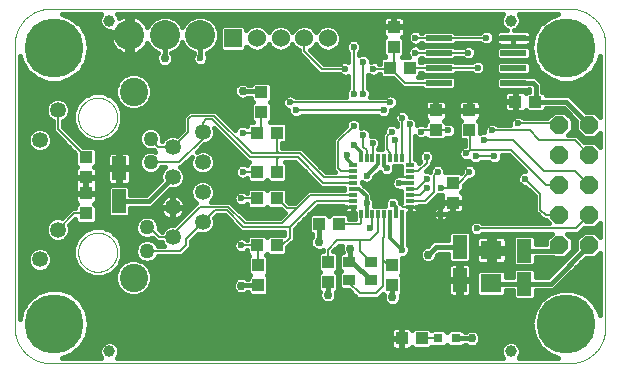
<source format=gtl>
G75*
%MOIN*%
%OFA0B0*%
%FSLAX25Y25*%
%IPPOS*%
%LPD*%
%AMOC8*
5,1,8,0,0,1.08239X$1,22.5*
%
%ADD10C,0.00000*%
%ADD11R,0.01181X0.03150*%
%ADD12R,0.03150X0.01181*%
%ADD13R,0.03937X0.04331*%
%ADD14C,0.05315*%
%ADD15C,0.09449*%
%ADD16R,0.04724X0.07874*%
%ADD17R,0.04331X0.03937*%
%ADD18R,0.08661X0.01969*%
%ADD19R,0.03937X0.03543*%
%ADD20OC8,0.06000*%
%ADD21R,0.07087X0.06299*%
%ADD22C,0.19685*%
%ADD23C,0.10000*%
%ADD24C,0.05000*%
%ADD25R,0.06000X0.06000*%
%ADD26C,0.06000*%
%ADD27C,0.03937*%
%ADD28R,0.03150X0.03150*%
%ADD29C,0.01602*%
%ADD30C,0.02953*%
%ADD31C,0.01606*%
%ADD32C,0.01600*%
%ADD33C,0.01200*%
%ADD34C,0.02362*%
%ADD35C,0.00700*%
%ADD36C,0.00591*%
D10*
X0029792Y0016800D02*
X0203020Y0016800D01*
X0203305Y0016803D01*
X0203591Y0016814D01*
X0203876Y0016831D01*
X0204160Y0016855D01*
X0204444Y0016886D01*
X0204727Y0016924D01*
X0205008Y0016969D01*
X0205289Y0017020D01*
X0205569Y0017078D01*
X0205847Y0017143D01*
X0206123Y0017215D01*
X0206397Y0017293D01*
X0206670Y0017378D01*
X0206940Y0017470D01*
X0207208Y0017568D01*
X0207474Y0017672D01*
X0207737Y0017783D01*
X0207997Y0017900D01*
X0208255Y0018023D01*
X0208509Y0018153D01*
X0208760Y0018289D01*
X0209008Y0018430D01*
X0209252Y0018578D01*
X0209493Y0018731D01*
X0209729Y0018891D01*
X0209962Y0019056D01*
X0210191Y0019226D01*
X0210416Y0019402D01*
X0210636Y0019584D01*
X0210852Y0019770D01*
X0211063Y0019962D01*
X0211270Y0020159D01*
X0211472Y0020361D01*
X0211669Y0020568D01*
X0211861Y0020779D01*
X0212047Y0020995D01*
X0212229Y0021215D01*
X0212405Y0021440D01*
X0212575Y0021669D01*
X0212740Y0021902D01*
X0212900Y0022138D01*
X0213053Y0022379D01*
X0213201Y0022623D01*
X0213342Y0022871D01*
X0213478Y0023122D01*
X0213608Y0023376D01*
X0213731Y0023634D01*
X0213848Y0023894D01*
X0213959Y0024157D01*
X0214063Y0024423D01*
X0214161Y0024691D01*
X0214253Y0024961D01*
X0214338Y0025234D01*
X0214416Y0025508D01*
X0214488Y0025784D01*
X0214553Y0026062D01*
X0214611Y0026342D01*
X0214662Y0026623D01*
X0214707Y0026904D01*
X0214745Y0027187D01*
X0214776Y0027471D01*
X0214800Y0027755D01*
X0214817Y0028040D01*
X0214828Y0028326D01*
X0214831Y0028611D01*
X0214831Y0123099D01*
X0214828Y0123384D01*
X0214817Y0123670D01*
X0214800Y0123955D01*
X0214776Y0124239D01*
X0214745Y0124523D01*
X0214707Y0124806D01*
X0214662Y0125087D01*
X0214611Y0125368D01*
X0214553Y0125648D01*
X0214488Y0125926D01*
X0214416Y0126202D01*
X0214338Y0126476D01*
X0214253Y0126749D01*
X0214161Y0127019D01*
X0214063Y0127287D01*
X0213959Y0127553D01*
X0213848Y0127816D01*
X0213731Y0128076D01*
X0213608Y0128334D01*
X0213478Y0128588D01*
X0213342Y0128839D01*
X0213201Y0129087D01*
X0213053Y0129331D01*
X0212900Y0129572D01*
X0212740Y0129808D01*
X0212575Y0130041D01*
X0212405Y0130270D01*
X0212229Y0130495D01*
X0212047Y0130715D01*
X0211861Y0130931D01*
X0211669Y0131142D01*
X0211472Y0131349D01*
X0211270Y0131551D01*
X0211063Y0131748D01*
X0210852Y0131940D01*
X0210636Y0132126D01*
X0210416Y0132308D01*
X0210191Y0132484D01*
X0209962Y0132654D01*
X0209729Y0132819D01*
X0209493Y0132979D01*
X0209252Y0133132D01*
X0209008Y0133280D01*
X0208760Y0133421D01*
X0208509Y0133557D01*
X0208255Y0133687D01*
X0207997Y0133810D01*
X0207737Y0133927D01*
X0207474Y0134038D01*
X0207208Y0134142D01*
X0206940Y0134240D01*
X0206670Y0134332D01*
X0206397Y0134417D01*
X0206123Y0134495D01*
X0205847Y0134567D01*
X0205569Y0134632D01*
X0205289Y0134690D01*
X0205008Y0134741D01*
X0204727Y0134786D01*
X0204444Y0134824D01*
X0204160Y0134855D01*
X0203876Y0134879D01*
X0203591Y0134896D01*
X0203305Y0134907D01*
X0203020Y0134910D01*
X0029792Y0134910D01*
X0029507Y0134907D01*
X0029221Y0134896D01*
X0028936Y0134879D01*
X0028652Y0134855D01*
X0028368Y0134824D01*
X0028085Y0134786D01*
X0027804Y0134741D01*
X0027523Y0134690D01*
X0027243Y0134632D01*
X0026965Y0134567D01*
X0026689Y0134495D01*
X0026415Y0134417D01*
X0026142Y0134332D01*
X0025872Y0134240D01*
X0025604Y0134142D01*
X0025338Y0134038D01*
X0025075Y0133927D01*
X0024815Y0133810D01*
X0024557Y0133687D01*
X0024303Y0133557D01*
X0024052Y0133421D01*
X0023804Y0133280D01*
X0023560Y0133132D01*
X0023319Y0132979D01*
X0023083Y0132819D01*
X0022850Y0132654D01*
X0022621Y0132484D01*
X0022396Y0132308D01*
X0022176Y0132126D01*
X0021960Y0131940D01*
X0021749Y0131748D01*
X0021542Y0131551D01*
X0021340Y0131349D01*
X0021143Y0131142D01*
X0020951Y0130931D01*
X0020765Y0130715D01*
X0020583Y0130495D01*
X0020407Y0130270D01*
X0020237Y0130041D01*
X0020072Y0129808D01*
X0019912Y0129572D01*
X0019759Y0129331D01*
X0019611Y0129087D01*
X0019470Y0128839D01*
X0019334Y0128588D01*
X0019204Y0128334D01*
X0019081Y0128076D01*
X0018964Y0127816D01*
X0018853Y0127553D01*
X0018749Y0127287D01*
X0018651Y0127019D01*
X0018559Y0126749D01*
X0018474Y0126476D01*
X0018396Y0126202D01*
X0018324Y0125926D01*
X0018259Y0125648D01*
X0018201Y0125368D01*
X0018150Y0125087D01*
X0018105Y0124806D01*
X0018067Y0124523D01*
X0018036Y0124239D01*
X0018012Y0123955D01*
X0017995Y0123670D01*
X0017984Y0123384D01*
X0017981Y0123099D01*
X0017981Y0028611D01*
X0017984Y0028326D01*
X0017995Y0028040D01*
X0018012Y0027755D01*
X0018036Y0027471D01*
X0018067Y0027187D01*
X0018105Y0026904D01*
X0018150Y0026623D01*
X0018201Y0026342D01*
X0018259Y0026062D01*
X0018324Y0025784D01*
X0018396Y0025508D01*
X0018474Y0025234D01*
X0018559Y0024961D01*
X0018651Y0024691D01*
X0018749Y0024423D01*
X0018853Y0024157D01*
X0018964Y0023894D01*
X0019081Y0023634D01*
X0019204Y0023376D01*
X0019334Y0023122D01*
X0019470Y0022871D01*
X0019611Y0022623D01*
X0019759Y0022379D01*
X0019912Y0022138D01*
X0020072Y0021902D01*
X0020237Y0021669D01*
X0020407Y0021440D01*
X0020583Y0021215D01*
X0020765Y0020995D01*
X0020951Y0020779D01*
X0021143Y0020568D01*
X0021340Y0020361D01*
X0021542Y0020159D01*
X0021749Y0019962D01*
X0021960Y0019770D01*
X0022176Y0019584D01*
X0022396Y0019402D01*
X0022621Y0019226D01*
X0022850Y0019056D01*
X0023083Y0018891D01*
X0023319Y0018731D01*
X0023560Y0018578D01*
X0023804Y0018430D01*
X0024052Y0018289D01*
X0024303Y0018153D01*
X0024557Y0018023D01*
X0024815Y0017900D01*
X0025075Y0017783D01*
X0025338Y0017672D01*
X0025604Y0017568D01*
X0025872Y0017470D01*
X0026142Y0017378D01*
X0026415Y0017293D01*
X0026689Y0017215D01*
X0026965Y0017143D01*
X0027243Y0017078D01*
X0027523Y0017020D01*
X0027804Y0016969D01*
X0028085Y0016924D01*
X0028368Y0016886D01*
X0028652Y0016855D01*
X0028936Y0016831D01*
X0029221Y0016814D01*
X0029507Y0016803D01*
X0029792Y0016800D01*
X0039099Y0053746D02*
X0039101Y0053907D01*
X0039107Y0054067D01*
X0039117Y0054228D01*
X0039131Y0054388D01*
X0039149Y0054547D01*
X0039170Y0054707D01*
X0039196Y0054865D01*
X0039226Y0055023D01*
X0039259Y0055180D01*
X0039297Y0055337D01*
X0039338Y0055492D01*
X0039383Y0055646D01*
X0039432Y0055799D01*
X0039485Y0055951D01*
X0039541Y0056101D01*
X0039601Y0056250D01*
X0039665Y0056398D01*
X0039732Y0056544D01*
X0039803Y0056688D01*
X0039878Y0056830D01*
X0039956Y0056971D01*
X0040037Y0057109D01*
X0040122Y0057246D01*
X0040211Y0057380D01*
X0040302Y0057512D01*
X0040397Y0057642D01*
X0040495Y0057769D01*
X0040596Y0057894D01*
X0040700Y0058017D01*
X0040807Y0058136D01*
X0040917Y0058253D01*
X0041030Y0058368D01*
X0041146Y0058479D01*
X0041264Y0058588D01*
X0041385Y0058693D01*
X0041509Y0058796D01*
X0041635Y0058896D01*
X0041764Y0058992D01*
X0041895Y0059085D01*
X0042028Y0059175D01*
X0042163Y0059262D01*
X0042301Y0059345D01*
X0042440Y0059424D01*
X0042582Y0059501D01*
X0042725Y0059574D01*
X0042870Y0059643D01*
X0043017Y0059708D01*
X0043165Y0059770D01*
X0043315Y0059829D01*
X0043466Y0059883D01*
X0043618Y0059934D01*
X0043772Y0059981D01*
X0043927Y0060024D01*
X0044082Y0060063D01*
X0044239Y0060099D01*
X0044397Y0060131D01*
X0044555Y0060158D01*
X0044714Y0060182D01*
X0044873Y0060202D01*
X0045033Y0060218D01*
X0045194Y0060230D01*
X0045354Y0060238D01*
X0045515Y0060242D01*
X0045675Y0060242D01*
X0045836Y0060238D01*
X0045996Y0060230D01*
X0046157Y0060218D01*
X0046317Y0060202D01*
X0046476Y0060182D01*
X0046635Y0060158D01*
X0046793Y0060131D01*
X0046951Y0060099D01*
X0047108Y0060063D01*
X0047263Y0060024D01*
X0047418Y0059981D01*
X0047572Y0059934D01*
X0047724Y0059883D01*
X0047875Y0059829D01*
X0048025Y0059770D01*
X0048173Y0059708D01*
X0048320Y0059643D01*
X0048465Y0059574D01*
X0048608Y0059501D01*
X0048750Y0059424D01*
X0048889Y0059345D01*
X0049027Y0059262D01*
X0049162Y0059175D01*
X0049295Y0059085D01*
X0049426Y0058992D01*
X0049555Y0058896D01*
X0049681Y0058796D01*
X0049805Y0058693D01*
X0049926Y0058588D01*
X0050044Y0058479D01*
X0050160Y0058368D01*
X0050273Y0058253D01*
X0050383Y0058136D01*
X0050490Y0058017D01*
X0050594Y0057894D01*
X0050695Y0057769D01*
X0050793Y0057642D01*
X0050888Y0057512D01*
X0050979Y0057380D01*
X0051068Y0057246D01*
X0051153Y0057109D01*
X0051234Y0056971D01*
X0051312Y0056830D01*
X0051387Y0056688D01*
X0051458Y0056544D01*
X0051525Y0056398D01*
X0051589Y0056250D01*
X0051649Y0056101D01*
X0051705Y0055951D01*
X0051758Y0055799D01*
X0051807Y0055646D01*
X0051852Y0055492D01*
X0051893Y0055337D01*
X0051931Y0055180D01*
X0051964Y0055023D01*
X0051994Y0054865D01*
X0052020Y0054707D01*
X0052041Y0054547D01*
X0052059Y0054388D01*
X0052073Y0054228D01*
X0052083Y0054067D01*
X0052089Y0053907D01*
X0052091Y0053746D01*
X0052089Y0053585D01*
X0052083Y0053425D01*
X0052073Y0053264D01*
X0052059Y0053104D01*
X0052041Y0052945D01*
X0052020Y0052785D01*
X0051994Y0052627D01*
X0051964Y0052469D01*
X0051931Y0052312D01*
X0051893Y0052155D01*
X0051852Y0052000D01*
X0051807Y0051846D01*
X0051758Y0051693D01*
X0051705Y0051541D01*
X0051649Y0051391D01*
X0051589Y0051242D01*
X0051525Y0051094D01*
X0051458Y0050948D01*
X0051387Y0050804D01*
X0051312Y0050662D01*
X0051234Y0050521D01*
X0051153Y0050383D01*
X0051068Y0050246D01*
X0050979Y0050112D01*
X0050888Y0049980D01*
X0050793Y0049850D01*
X0050695Y0049723D01*
X0050594Y0049598D01*
X0050490Y0049475D01*
X0050383Y0049356D01*
X0050273Y0049239D01*
X0050160Y0049124D01*
X0050044Y0049013D01*
X0049926Y0048904D01*
X0049805Y0048799D01*
X0049681Y0048696D01*
X0049555Y0048596D01*
X0049426Y0048500D01*
X0049295Y0048407D01*
X0049162Y0048317D01*
X0049027Y0048230D01*
X0048889Y0048147D01*
X0048750Y0048068D01*
X0048608Y0047991D01*
X0048465Y0047918D01*
X0048320Y0047849D01*
X0048173Y0047784D01*
X0048025Y0047722D01*
X0047875Y0047663D01*
X0047724Y0047609D01*
X0047572Y0047558D01*
X0047418Y0047511D01*
X0047263Y0047468D01*
X0047108Y0047429D01*
X0046951Y0047393D01*
X0046793Y0047361D01*
X0046635Y0047334D01*
X0046476Y0047310D01*
X0046317Y0047290D01*
X0046157Y0047274D01*
X0045996Y0047262D01*
X0045836Y0047254D01*
X0045675Y0047250D01*
X0045515Y0047250D01*
X0045354Y0047254D01*
X0045194Y0047262D01*
X0045033Y0047274D01*
X0044873Y0047290D01*
X0044714Y0047310D01*
X0044555Y0047334D01*
X0044397Y0047361D01*
X0044239Y0047393D01*
X0044082Y0047429D01*
X0043927Y0047468D01*
X0043772Y0047511D01*
X0043618Y0047558D01*
X0043466Y0047609D01*
X0043315Y0047663D01*
X0043165Y0047722D01*
X0043017Y0047784D01*
X0042870Y0047849D01*
X0042725Y0047918D01*
X0042582Y0047991D01*
X0042440Y0048068D01*
X0042301Y0048147D01*
X0042163Y0048230D01*
X0042028Y0048317D01*
X0041895Y0048407D01*
X0041764Y0048500D01*
X0041635Y0048596D01*
X0041509Y0048696D01*
X0041385Y0048799D01*
X0041264Y0048904D01*
X0041146Y0049013D01*
X0041030Y0049124D01*
X0040917Y0049239D01*
X0040807Y0049356D01*
X0040700Y0049475D01*
X0040596Y0049598D01*
X0040495Y0049723D01*
X0040397Y0049850D01*
X0040302Y0049980D01*
X0040211Y0050112D01*
X0040122Y0050246D01*
X0040037Y0050383D01*
X0039956Y0050521D01*
X0039878Y0050662D01*
X0039803Y0050804D01*
X0039732Y0050948D01*
X0039665Y0051094D01*
X0039601Y0051242D01*
X0039541Y0051391D01*
X0039485Y0051541D01*
X0039432Y0051693D01*
X0039383Y0051846D01*
X0039338Y0052000D01*
X0039297Y0052155D01*
X0039259Y0052312D01*
X0039226Y0052469D01*
X0039196Y0052627D01*
X0039170Y0052785D01*
X0039149Y0052945D01*
X0039131Y0053104D01*
X0039117Y0053264D01*
X0039107Y0053425D01*
X0039101Y0053585D01*
X0039099Y0053746D01*
X0039099Y0098746D02*
X0039101Y0098907D01*
X0039107Y0099067D01*
X0039117Y0099228D01*
X0039131Y0099388D01*
X0039149Y0099547D01*
X0039170Y0099707D01*
X0039196Y0099865D01*
X0039226Y0100023D01*
X0039259Y0100180D01*
X0039297Y0100337D01*
X0039338Y0100492D01*
X0039383Y0100646D01*
X0039432Y0100799D01*
X0039485Y0100951D01*
X0039541Y0101101D01*
X0039601Y0101250D01*
X0039665Y0101398D01*
X0039732Y0101544D01*
X0039803Y0101688D01*
X0039878Y0101830D01*
X0039956Y0101971D01*
X0040037Y0102109D01*
X0040122Y0102246D01*
X0040211Y0102380D01*
X0040302Y0102512D01*
X0040397Y0102642D01*
X0040495Y0102769D01*
X0040596Y0102894D01*
X0040700Y0103017D01*
X0040807Y0103136D01*
X0040917Y0103253D01*
X0041030Y0103368D01*
X0041146Y0103479D01*
X0041264Y0103588D01*
X0041385Y0103693D01*
X0041509Y0103796D01*
X0041635Y0103896D01*
X0041764Y0103992D01*
X0041895Y0104085D01*
X0042028Y0104175D01*
X0042163Y0104262D01*
X0042301Y0104345D01*
X0042440Y0104424D01*
X0042582Y0104501D01*
X0042725Y0104574D01*
X0042870Y0104643D01*
X0043017Y0104708D01*
X0043165Y0104770D01*
X0043315Y0104829D01*
X0043466Y0104883D01*
X0043618Y0104934D01*
X0043772Y0104981D01*
X0043927Y0105024D01*
X0044082Y0105063D01*
X0044239Y0105099D01*
X0044397Y0105131D01*
X0044555Y0105158D01*
X0044714Y0105182D01*
X0044873Y0105202D01*
X0045033Y0105218D01*
X0045194Y0105230D01*
X0045354Y0105238D01*
X0045515Y0105242D01*
X0045675Y0105242D01*
X0045836Y0105238D01*
X0045996Y0105230D01*
X0046157Y0105218D01*
X0046317Y0105202D01*
X0046476Y0105182D01*
X0046635Y0105158D01*
X0046793Y0105131D01*
X0046951Y0105099D01*
X0047108Y0105063D01*
X0047263Y0105024D01*
X0047418Y0104981D01*
X0047572Y0104934D01*
X0047724Y0104883D01*
X0047875Y0104829D01*
X0048025Y0104770D01*
X0048173Y0104708D01*
X0048320Y0104643D01*
X0048465Y0104574D01*
X0048608Y0104501D01*
X0048750Y0104424D01*
X0048889Y0104345D01*
X0049027Y0104262D01*
X0049162Y0104175D01*
X0049295Y0104085D01*
X0049426Y0103992D01*
X0049555Y0103896D01*
X0049681Y0103796D01*
X0049805Y0103693D01*
X0049926Y0103588D01*
X0050044Y0103479D01*
X0050160Y0103368D01*
X0050273Y0103253D01*
X0050383Y0103136D01*
X0050490Y0103017D01*
X0050594Y0102894D01*
X0050695Y0102769D01*
X0050793Y0102642D01*
X0050888Y0102512D01*
X0050979Y0102380D01*
X0051068Y0102246D01*
X0051153Y0102109D01*
X0051234Y0101971D01*
X0051312Y0101830D01*
X0051387Y0101688D01*
X0051458Y0101544D01*
X0051525Y0101398D01*
X0051589Y0101250D01*
X0051649Y0101101D01*
X0051705Y0100951D01*
X0051758Y0100799D01*
X0051807Y0100646D01*
X0051852Y0100492D01*
X0051893Y0100337D01*
X0051931Y0100180D01*
X0051964Y0100023D01*
X0051994Y0099865D01*
X0052020Y0099707D01*
X0052041Y0099547D01*
X0052059Y0099388D01*
X0052073Y0099228D01*
X0052083Y0099067D01*
X0052089Y0098907D01*
X0052091Y0098746D01*
X0052089Y0098585D01*
X0052083Y0098425D01*
X0052073Y0098264D01*
X0052059Y0098104D01*
X0052041Y0097945D01*
X0052020Y0097785D01*
X0051994Y0097627D01*
X0051964Y0097469D01*
X0051931Y0097312D01*
X0051893Y0097155D01*
X0051852Y0097000D01*
X0051807Y0096846D01*
X0051758Y0096693D01*
X0051705Y0096541D01*
X0051649Y0096391D01*
X0051589Y0096242D01*
X0051525Y0096094D01*
X0051458Y0095948D01*
X0051387Y0095804D01*
X0051312Y0095662D01*
X0051234Y0095521D01*
X0051153Y0095383D01*
X0051068Y0095246D01*
X0050979Y0095112D01*
X0050888Y0094980D01*
X0050793Y0094850D01*
X0050695Y0094723D01*
X0050594Y0094598D01*
X0050490Y0094475D01*
X0050383Y0094356D01*
X0050273Y0094239D01*
X0050160Y0094124D01*
X0050044Y0094013D01*
X0049926Y0093904D01*
X0049805Y0093799D01*
X0049681Y0093696D01*
X0049555Y0093596D01*
X0049426Y0093500D01*
X0049295Y0093407D01*
X0049162Y0093317D01*
X0049027Y0093230D01*
X0048889Y0093147D01*
X0048750Y0093068D01*
X0048608Y0092991D01*
X0048465Y0092918D01*
X0048320Y0092849D01*
X0048173Y0092784D01*
X0048025Y0092722D01*
X0047875Y0092663D01*
X0047724Y0092609D01*
X0047572Y0092558D01*
X0047418Y0092511D01*
X0047263Y0092468D01*
X0047108Y0092429D01*
X0046951Y0092393D01*
X0046793Y0092361D01*
X0046635Y0092334D01*
X0046476Y0092310D01*
X0046317Y0092290D01*
X0046157Y0092274D01*
X0045996Y0092262D01*
X0045836Y0092254D01*
X0045675Y0092250D01*
X0045515Y0092250D01*
X0045354Y0092254D01*
X0045194Y0092262D01*
X0045033Y0092274D01*
X0044873Y0092290D01*
X0044714Y0092310D01*
X0044555Y0092334D01*
X0044397Y0092361D01*
X0044239Y0092393D01*
X0044082Y0092429D01*
X0043927Y0092468D01*
X0043772Y0092511D01*
X0043618Y0092558D01*
X0043466Y0092609D01*
X0043315Y0092663D01*
X0043165Y0092722D01*
X0043017Y0092784D01*
X0042870Y0092849D01*
X0042725Y0092918D01*
X0042582Y0092991D01*
X0042440Y0093068D01*
X0042301Y0093147D01*
X0042163Y0093230D01*
X0042028Y0093317D01*
X0041895Y0093407D01*
X0041764Y0093500D01*
X0041635Y0093596D01*
X0041509Y0093696D01*
X0041385Y0093799D01*
X0041264Y0093904D01*
X0041146Y0094013D01*
X0041030Y0094124D01*
X0040917Y0094239D01*
X0040807Y0094356D01*
X0040700Y0094475D01*
X0040596Y0094598D01*
X0040495Y0094723D01*
X0040397Y0094850D01*
X0040302Y0094980D01*
X0040211Y0095112D01*
X0040122Y0095246D01*
X0040037Y0095383D01*
X0039956Y0095521D01*
X0039878Y0095662D01*
X0039803Y0095804D01*
X0039732Y0095948D01*
X0039665Y0096094D01*
X0039601Y0096242D01*
X0039541Y0096391D01*
X0039485Y0096541D01*
X0039432Y0096693D01*
X0039383Y0096846D01*
X0039338Y0097000D01*
X0039297Y0097155D01*
X0039259Y0097312D01*
X0039226Y0097469D01*
X0039196Y0097627D01*
X0039170Y0097785D01*
X0039149Y0097945D01*
X0039131Y0098104D01*
X0039117Y0098264D01*
X0039107Y0098425D01*
X0039101Y0098585D01*
X0039099Y0098746D01*
D11*
X0133276Y0085343D03*
X0135245Y0085343D03*
X0137213Y0085343D03*
X0139182Y0085343D03*
X0141150Y0085343D03*
X0143119Y0085343D03*
X0145087Y0085343D03*
X0147056Y0085343D03*
X0147056Y0066367D03*
X0145087Y0066367D03*
X0143119Y0066367D03*
X0141150Y0066367D03*
X0139182Y0066367D03*
X0137213Y0066367D03*
X0135245Y0066367D03*
X0133276Y0066367D03*
D12*
X0130678Y0068965D03*
X0130678Y0070934D03*
X0130678Y0072902D03*
X0130678Y0074871D03*
X0130678Y0076839D03*
X0130678Y0078808D03*
X0130678Y0080776D03*
X0130678Y0082745D03*
X0149654Y0082745D03*
X0149654Y0080776D03*
X0149654Y0078808D03*
X0149654Y0076839D03*
X0149654Y0074871D03*
X0149654Y0072902D03*
X0149654Y0070934D03*
X0149654Y0068965D03*
D13*
X0126052Y0063257D03*
X0119359Y0063257D03*
X0105422Y0056091D03*
X0098729Y0056091D03*
X0099154Y0049422D03*
X0099154Y0042729D03*
X0122312Y0043769D03*
X0122312Y0050461D03*
X0143808Y0049517D03*
X0143808Y0042824D03*
X0146918Y0025068D03*
X0153611Y0025068D03*
X0105422Y0071721D03*
X0098729Y0071721D03*
X0098729Y0080501D03*
X0105422Y0080501D03*
X0105422Y0093650D03*
X0098729Y0093650D03*
X0100217Y0100371D03*
X0100217Y0107064D03*
X0142957Y0115324D03*
X0149650Y0115324D03*
D14*
X0080595Y0093746D03*
X0070595Y0088746D03*
X0080595Y0083746D03*
X0070595Y0078746D03*
X0080595Y0073746D03*
X0070595Y0068746D03*
X0080595Y0063746D03*
X0070595Y0058746D03*
X0032296Y0061342D03*
X0026309Y0051349D03*
X0026311Y0091145D03*
X0032294Y0101152D03*
D15*
X0057603Y0107250D03*
X0057603Y0045242D03*
D16*
X0052741Y0070737D03*
X0052741Y0081761D03*
X0166261Y0055520D03*
X0166261Y0044497D03*
X0187816Y0043316D03*
X0187816Y0054339D03*
D17*
X0164013Y0070304D03*
X0164013Y0076997D03*
X0169517Y0094398D03*
X0158331Y0094398D03*
X0158331Y0101091D03*
X0169517Y0101091D03*
X0184843Y0103922D03*
X0191536Y0103922D03*
X0144316Y0122182D03*
X0144316Y0128875D03*
X0041694Y0085497D03*
X0041694Y0078804D03*
X0041694Y0073391D03*
X0041694Y0066698D03*
D18*
X0159343Y0110284D03*
X0159343Y0115284D03*
X0159343Y0120284D03*
X0159343Y0125245D03*
X0184178Y0125245D03*
X0184178Y0120245D03*
X0184178Y0115245D03*
X0184178Y0110245D03*
D19*
X0136611Y0050536D03*
X0129328Y0050536D03*
X0129328Y0044434D03*
X0136611Y0044434D03*
D20*
X0199532Y0056249D03*
X0209532Y0056249D03*
X0209532Y0066249D03*
X0199532Y0066249D03*
X0199532Y0076249D03*
X0209532Y0076249D03*
X0209532Y0086249D03*
X0199532Y0086249D03*
X0199532Y0096249D03*
X0209532Y0096249D03*
D21*
X0176822Y0054446D03*
X0176822Y0043423D03*
D22*
X0201879Y0029831D03*
X0201800Y0121839D03*
X0031013Y0121839D03*
X0031170Y0029910D03*
D23*
X0056170Y0126249D03*
X0067981Y0126249D03*
X0079792Y0126249D03*
D24*
X0063257Y0091603D03*
X0063257Y0083729D03*
X0062076Y0062076D03*
X0062076Y0054202D03*
D25*
X0090816Y0125068D03*
D26*
X0098690Y0125068D03*
X0106564Y0125068D03*
X0114438Y0125068D03*
X0122312Y0125068D03*
D27*
X0183335Y0130973D03*
X0049477Y0130973D03*
X0049477Y0020737D03*
X0183335Y0020737D03*
D28*
X0165028Y0025068D03*
X0159123Y0025068D03*
D29*
X0099154Y0042729D02*
X0093517Y0042729D01*
X0093454Y0042666D01*
D30*
X0093454Y0042666D03*
X0119320Y0057115D03*
X0129792Y0054989D03*
X0122351Y0039556D03*
X0143808Y0038690D03*
X0155816Y0052942D03*
X0170343Y0025068D03*
X0093926Y0107469D03*
X0067981Y0118375D03*
D31*
X0129328Y0050536D02*
X0130509Y0050536D01*
X0136611Y0044434D01*
D32*
X0140709Y0039822D02*
X0141038Y0039493D01*
X0140941Y0039260D01*
X0140941Y0038119D01*
X0141377Y0037066D01*
X0142184Y0036259D01*
X0143238Y0035823D01*
X0144378Y0035823D01*
X0145432Y0036259D01*
X0146238Y0037066D01*
X0146675Y0038119D01*
X0146675Y0039260D01*
X0146578Y0039493D01*
X0147167Y0040082D01*
X0147167Y0045565D01*
X0146562Y0046170D01*
X0147167Y0046775D01*
X0147167Y0051866D01*
X0147587Y0051866D01*
X0148532Y0052258D01*
X0149256Y0052981D01*
X0149647Y0053926D01*
X0149647Y0054949D01*
X0149256Y0055895D01*
X0149066Y0056084D01*
X0149066Y0066787D01*
X0149654Y0066787D01*
X0149654Y0068953D01*
X0149654Y0068953D01*
X0149654Y0066787D01*
X0151438Y0066787D01*
X0151842Y0066896D01*
X0152204Y0067105D01*
X0152499Y0067400D01*
X0152708Y0067762D01*
X0152817Y0068166D01*
X0152817Y0068965D01*
X0151818Y0068965D01*
X0151818Y0068965D01*
X0152817Y0068965D01*
X0152817Y0069193D01*
X0155513Y0069193D01*
X0158466Y0072146D01*
X0159177Y0072857D01*
X0159477Y0072732D01*
X0160327Y0072732D01*
X0160260Y0072481D01*
X0160260Y0070488D01*
X0163828Y0070488D01*
X0163828Y0070120D01*
X0160260Y0070120D01*
X0160260Y0069215D01*
X0160065Y0069254D01*
X0159792Y0069254D01*
X0159519Y0069254D01*
X0158985Y0069147D01*
X0158481Y0068938D01*
X0158027Y0068635D01*
X0157642Y0068250D01*
X0157339Y0067796D01*
X0157130Y0067293D01*
X0157024Y0066758D01*
X0157024Y0066485D01*
X0157024Y0066212D01*
X0157130Y0065677D01*
X0157339Y0065174D01*
X0157642Y0064720D01*
X0158027Y0064335D01*
X0158481Y0064032D01*
X0158985Y0063823D01*
X0159519Y0063717D01*
X0159792Y0063717D01*
X0159792Y0066485D01*
X0157024Y0066485D01*
X0159792Y0066485D01*
X0159792Y0066485D01*
X0159792Y0066485D01*
X0159792Y0069254D01*
X0159792Y0066485D01*
X0159792Y0066485D01*
X0159792Y0063717D01*
X0160065Y0063717D01*
X0160600Y0063823D01*
X0161103Y0064032D01*
X0161557Y0064335D01*
X0161943Y0064720D01*
X0162246Y0065174D01*
X0162454Y0065677D01*
X0162561Y0066212D01*
X0162561Y0066485D01*
X0162561Y0066748D01*
X0163828Y0066748D01*
X0163828Y0070120D01*
X0164197Y0070120D01*
X0164197Y0070488D01*
X0167765Y0070488D01*
X0167765Y0072481D01*
X0167657Y0072885D01*
X0167448Y0073247D01*
X0167153Y0073543D01*
X0166840Y0073723D01*
X0167568Y0074452D01*
X0167568Y0076131D01*
X0167714Y0076276D01*
X0169446Y0078008D01*
X0170067Y0078008D01*
X0171013Y0078399D01*
X0171736Y0079123D01*
X0172128Y0080068D01*
X0172128Y0081091D01*
X0171736Y0082036D01*
X0171013Y0082760D01*
X0170067Y0083151D01*
X0169044Y0083151D01*
X0168099Y0082760D01*
X0167376Y0082036D01*
X0166984Y0081091D01*
X0166984Y0080469D01*
X0166812Y0080297D01*
X0166754Y0080356D01*
X0161478Y0080356D01*
X0161478Y0081091D01*
X0161086Y0082036D01*
X0160363Y0082760D01*
X0159418Y0083151D01*
X0158395Y0083151D01*
X0157450Y0082760D01*
X0156726Y0082036D01*
X0156335Y0081091D01*
X0156335Y0080607D01*
X0155894Y0080789D01*
X0154904Y0080789D01*
X0155946Y0081831D01*
X0156966Y0082851D01*
X0156966Y0083604D01*
X0157405Y0084044D01*
X0157797Y0084989D01*
X0157797Y0086012D01*
X0157405Y0086958D01*
X0156682Y0087681D01*
X0155737Y0088072D01*
X0154714Y0088072D01*
X0153768Y0087681D01*
X0153045Y0086958D01*
X0152654Y0086012D01*
X0152654Y0084989D01*
X0153045Y0084044D01*
X0153141Y0083949D01*
X0152620Y0083428D01*
X0152620Y0083911D01*
X0151805Y0084726D01*
X0151395Y0084726D01*
X0151395Y0091753D01*
X0151375Y0091773D01*
X0151375Y0092367D01*
X0151957Y0091785D01*
X0152903Y0091394D01*
X0153926Y0091394D01*
X0154852Y0091777D01*
X0155590Y0091039D01*
X0161073Y0091039D01*
X0161861Y0091827D01*
X0161958Y0091787D01*
X0162981Y0091787D01*
X0163926Y0092179D01*
X0164649Y0092902D01*
X0165041Y0093848D01*
X0165041Y0094871D01*
X0164649Y0095816D01*
X0163926Y0096539D01*
X0162981Y0096931D01*
X0161958Y0096931D01*
X0161887Y0096902D01*
X0161887Y0096943D01*
X0161158Y0097672D01*
X0161472Y0097853D01*
X0161767Y0098148D01*
X0161976Y0098510D01*
X0162084Y0098914D01*
X0162084Y0100907D01*
X0158516Y0100907D01*
X0158516Y0101276D01*
X0158147Y0101276D01*
X0158147Y0104647D01*
X0155957Y0104647D01*
X0155553Y0104539D01*
X0155191Y0104330D01*
X0154896Y0104035D01*
X0154687Y0103673D01*
X0154579Y0103269D01*
X0154579Y0101276D01*
X0158147Y0101276D01*
X0158147Y0100907D01*
X0154579Y0100907D01*
X0154579Y0098914D01*
X0154687Y0098510D01*
X0154896Y0098148D01*
X0155191Y0097853D01*
X0155505Y0097672D01*
X0154776Y0096943D01*
X0154776Y0096185D01*
X0153926Y0096537D01*
X0152903Y0096537D01*
X0152206Y0096249D01*
X0152206Y0096878D01*
X0151815Y0097824D01*
X0151091Y0098547D01*
X0150146Y0098939D01*
X0149647Y0098939D01*
X0149647Y0099044D01*
X0149256Y0099989D01*
X0148532Y0100712D01*
X0147587Y0101104D01*
X0146564Y0101104D01*
X0145619Y0100712D01*
X0144895Y0099989D01*
X0144504Y0099044D01*
X0144504Y0098021D01*
X0144895Y0097076D01*
X0145335Y0096636D01*
X0145335Y0095839D01*
X0145028Y0096145D01*
X0144083Y0096537D01*
X0143060Y0096537D01*
X0142115Y0096145D01*
X0141392Y0095422D01*
X0141000Y0094477D01*
X0141000Y0093855D01*
X0140256Y0093112D01*
X0140256Y0088309D01*
X0139150Y0088309D01*
X0139413Y0088572D01*
X0139805Y0089517D01*
X0139805Y0090540D01*
X0139413Y0091485D01*
X0138690Y0092208D01*
X0137745Y0092600D01*
X0136722Y0092600D01*
X0136694Y0092589D01*
X0136694Y0093296D01*
X0136303Y0094241D01*
X0135580Y0094964D01*
X0134634Y0095356D01*
X0133611Y0095356D01*
X0133431Y0095281D01*
X0133505Y0095462D01*
X0133505Y0096485D01*
X0133114Y0097430D01*
X0132391Y0098153D01*
X0131445Y0098545D01*
X0130422Y0098545D01*
X0129477Y0098153D01*
X0128754Y0097430D01*
X0128362Y0096485D01*
X0128362Y0095863D01*
X0124115Y0091615D01*
X0124115Y0081040D01*
X0124661Y0080494D01*
X0121680Y0080494D01*
X0113806Y0088368D01*
X0107108Y0088368D01*
X0107108Y0090094D01*
X0107967Y0090094D01*
X0108781Y0090909D01*
X0108781Y0096392D01*
X0107967Y0097206D01*
X0103153Y0097206D01*
X0103576Y0097630D01*
X0103576Y0103112D01*
X0102971Y0103717D01*
X0103576Y0104322D01*
X0103576Y0109805D01*
X0102762Y0110620D01*
X0097673Y0110620D01*
X0096858Y0109805D01*
X0096858Y0109660D01*
X0095790Y0109660D01*
X0095550Y0109900D01*
X0094496Y0110336D01*
X0093356Y0110336D01*
X0092302Y0109900D01*
X0091496Y0109093D01*
X0091059Y0108040D01*
X0091059Y0106899D01*
X0091496Y0105845D01*
X0092302Y0105039D01*
X0093356Y0104602D01*
X0094496Y0104602D01*
X0095550Y0105039D01*
X0095790Y0105279D01*
X0096858Y0105279D01*
X0096858Y0104322D01*
X0097463Y0103717D01*
X0096858Y0103112D01*
X0096858Y0097630D01*
X0097282Y0097206D01*
X0096185Y0097206D01*
X0095370Y0096392D01*
X0095370Y0095852D01*
X0094477Y0096222D01*
X0093454Y0096222D01*
X0092509Y0095831D01*
X0091785Y0095107D01*
X0091533Y0094499D01*
X0085066Y0100966D01*
X0076093Y0100966D01*
X0075106Y0099979D01*
X0073972Y0098845D01*
X0073972Y0094507D01*
X0072008Y0092542D01*
X0071400Y0092794D01*
X0069790Y0092794D01*
X0068302Y0092177D01*
X0067163Y0091039D01*
X0067147Y0091000D01*
X0067147Y0092377D01*
X0066555Y0093807D01*
X0065461Y0094901D01*
X0064031Y0095494D01*
X0062483Y0095494D01*
X0061053Y0094901D01*
X0059958Y0093807D01*
X0059366Y0092377D01*
X0059366Y0090829D01*
X0059958Y0089399D01*
X0061053Y0088305D01*
X0062483Y0087713D01*
X0064031Y0087713D01*
X0064270Y0087812D01*
X0064768Y0087314D01*
X0064031Y0087620D01*
X0062483Y0087620D01*
X0061053Y0087027D01*
X0059958Y0085933D01*
X0059366Y0084503D01*
X0059366Y0082955D01*
X0059958Y0081525D01*
X0061053Y0080431D01*
X0062483Y0079839D01*
X0064031Y0079839D01*
X0065461Y0080431D01*
X0066555Y0081525D01*
X0066769Y0082043D01*
X0068168Y0082043D01*
X0067163Y0081039D01*
X0066547Y0079551D01*
X0066547Y0077940D01*
X0066590Y0077838D01*
X0061679Y0072928D01*
X0056494Y0072928D01*
X0056494Y0075250D01*
X0055679Y0076065D01*
X0049803Y0076065D01*
X0048988Y0075250D01*
X0048988Y0066224D01*
X0049803Y0065409D01*
X0055679Y0065409D01*
X0056494Y0066224D01*
X0056494Y0068546D01*
X0063494Y0068546D01*
X0069687Y0074740D01*
X0069790Y0074698D01*
X0071400Y0074698D01*
X0072888Y0075314D01*
X0074027Y0076453D01*
X0074643Y0077940D01*
X0074643Y0079551D01*
X0074027Y0081039D01*
X0073022Y0082043D01*
X0073404Y0082043D01*
X0076997Y0085636D01*
X0076547Y0084551D01*
X0076547Y0082940D01*
X0077163Y0081453D01*
X0078302Y0080314D01*
X0079790Y0079698D01*
X0081400Y0079698D01*
X0082888Y0080314D01*
X0084027Y0081453D01*
X0084643Y0082940D01*
X0084643Y0084551D01*
X0084027Y0086039D01*
X0082888Y0087177D01*
X0081400Y0087794D01*
X0079790Y0087794D01*
X0078705Y0087344D01*
X0081058Y0089698D01*
X0081400Y0089698D01*
X0082888Y0090314D01*
X0084027Y0091453D01*
X0084643Y0092940D01*
X0084643Y0094551D01*
X0084361Y0095232D01*
X0094791Y0084802D01*
X0095778Y0083815D01*
X0095943Y0083815D01*
X0095370Y0083242D01*
X0095370Y0082781D01*
X0094477Y0083151D01*
X0093454Y0083151D01*
X0092509Y0082760D01*
X0091785Y0082036D01*
X0091394Y0081091D01*
X0091394Y0080068D01*
X0091785Y0079123D01*
X0092509Y0078399D01*
X0093454Y0078008D01*
X0094477Y0078008D01*
X0095370Y0078378D01*
X0095370Y0077759D01*
X0096185Y0076945D01*
X0101274Y0076945D01*
X0102076Y0077747D01*
X0102878Y0076945D01*
X0107967Y0076945D01*
X0108781Y0077759D01*
X0108781Y0083242D01*
X0108208Y0083815D01*
X0111526Y0083815D01*
X0119200Y0076141D01*
X0120188Y0075154D01*
X0127713Y0075154D01*
X0127713Y0074588D01*
X0115857Y0074588D01*
X0111353Y0070085D01*
X0109443Y0070085D01*
X0108781Y0070746D01*
X0108781Y0074463D01*
X0107967Y0075277D01*
X0102878Y0075277D01*
X0102076Y0074475D01*
X0101274Y0075277D01*
X0096185Y0075277D01*
X0095370Y0074463D01*
X0095370Y0073462D01*
X0095350Y0073462D01*
X0094910Y0073901D01*
X0093965Y0074293D01*
X0092942Y0074293D01*
X0091997Y0073901D01*
X0091273Y0073178D01*
X0090882Y0072233D01*
X0090882Y0071210D01*
X0091273Y0070265D01*
X0091997Y0069541D01*
X0092942Y0069150D01*
X0093965Y0069150D01*
X0094910Y0069541D01*
X0095350Y0069981D01*
X0095370Y0069981D01*
X0095370Y0068980D01*
X0096185Y0068165D01*
X0101274Y0068165D01*
X0102076Y0068967D01*
X0102878Y0068165D01*
X0106594Y0068165D01*
X0107059Y0067700D01*
X0108014Y0066745D01*
X0106408Y0065139D01*
X0095302Y0065139D01*
X0090778Y0069664D01*
X0089790Y0070651D01*
X0083225Y0070651D01*
X0084027Y0071453D01*
X0084643Y0072940D01*
X0084643Y0074551D01*
X0084027Y0076039D01*
X0082888Y0077177D01*
X0081400Y0077794D01*
X0079790Y0077794D01*
X0078302Y0077177D01*
X0077163Y0076039D01*
X0076547Y0074551D01*
X0076547Y0072940D01*
X0077163Y0071453D01*
X0078302Y0070314D01*
X0078484Y0070238D01*
X0071040Y0062794D01*
X0069790Y0062794D01*
X0068302Y0062177D01*
X0067163Y0061039D01*
X0066912Y0060432D01*
X0066891Y0060432D01*
X0065966Y0061357D01*
X0065966Y0062849D01*
X0065374Y0064279D01*
X0064279Y0065374D01*
X0062849Y0065966D01*
X0061302Y0065966D01*
X0059872Y0065374D01*
X0058777Y0064279D01*
X0058185Y0062849D01*
X0058185Y0061302D01*
X0058777Y0059872D01*
X0059872Y0058777D01*
X0061302Y0058185D01*
X0062849Y0058185D01*
X0063924Y0058630D01*
X0065495Y0057060D01*
X0066912Y0057060D01*
X0067163Y0056453D01*
X0067729Y0055887D01*
X0065588Y0055887D01*
X0065374Y0056405D01*
X0064279Y0057500D01*
X0062849Y0058092D01*
X0061302Y0058092D01*
X0059872Y0057500D01*
X0058777Y0056405D01*
X0058185Y0054975D01*
X0058185Y0053428D01*
X0058777Y0051998D01*
X0059842Y0050933D01*
X0058819Y0051357D01*
X0056387Y0051357D01*
X0054139Y0050426D01*
X0052419Y0048706D01*
X0051488Y0046458D01*
X0051488Y0044025D01*
X0052419Y0041778D01*
X0054139Y0040058D01*
X0056387Y0039127D01*
X0058819Y0039127D01*
X0061067Y0040058D01*
X0062787Y0041778D01*
X0063718Y0044025D01*
X0063718Y0046458D01*
X0062787Y0048706D01*
X0061097Y0050396D01*
X0061302Y0050311D01*
X0062849Y0050311D01*
X0064279Y0050903D01*
X0065374Y0051998D01*
X0065588Y0052516D01*
X0073798Y0052516D01*
X0074785Y0053503D01*
X0076754Y0055472D01*
X0076754Y0057520D01*
X0079183Y0059949D01*
X0079790Y0059698D01*
X0081400Y0059698D01*
X0082888Y0060314D01*
X0084027Y0061453D01*
X0084643Y0062940D01*
X0084643Y0064551D01*
X0084392Y0065158D01*
X0085332Y0066098D01*
X0087904Y0066098D01*
X0092429Y0061574D01*
X0093416Y0060587D01*
X0107878Y0060587D01*
X0107878Y0059647D01*
X0102878Y0059647D01*
X0102076Y0058845D01*
X0101274Y0059647D01*
X0096185Y0059647D01*
X0095370Y0058833D01*
X0095370Y0057851D01*
X0094910Y0058311D01*
X0093965Y0058702D01*
X0092942Y0058702D01*
X0091997Y0058311D01*
X0091273Y0057587D01*
X0090882Y0056642D01*
X0090882Y0055619D01*
X0091273Y0054674D01*
X0091997Y0053951D01*
X0092942Y0053559D01*
X0093965Y0053559D01*
X0094910Y0053951D01*
X0095310Y0054351D01*
X0095370Y0054351D01*
X0095370Y0053350D01*
X0096176Y0052544D01*
X0095795Y0052163D01*
X0095795Y0046681D01*
X0096400Y0046076D01*
X0095795Y0045470D01*
X0095795Y0044920D01*
X0095254Y0044920D01*
X0095078Y0045097D01*
X0094024Y0045533D01*
X0092883Y0045533D01*
X0091830Y0045097D01*
X0091023Y0044290D01*
X0090587Y0043236D01*
X0090587Y0042096D01*
X0091023Y0041042D01*
X0091830Y0040236D01*
X0092883Y0039799D01*
X0094024Y0039799D01*
X0095078Y0040236D01*
X0095380Y0040538D01*
X0095795Y0040538D01*
X0095795Y0039988D01*
X0096610Y0039173D01*
X0101699Y0039173D01*
X0102513Y0039988D01*
X0102513Y0045470D01*
X0101908Y0046076D01*
X0102513Y0046681D01*
X0102513Y0052163D01*
X0101707Y0052969D01*
X0102076Y0053337D01*
X0102878Y0052535D01*
X0107967Y0052535D01*
X0108781Y0053350D01*
X0108781Y0055491D01*
X0111250Y0057961D01*
X0111250Y0061574D01*
X0118924Y0069248D01*
X0127516Y0069248D01*
X0127516Y0068965D01*
X0127516Y0068166D01*
X0127624Y0067762D01*
X0127833Y0067400D01*
X0128128Y0067105D01*
X0128490Y0066896D01*
X0128894Y0066787D01*
X0130678Y0066787D01*
X0131295Y0066787D01*
X0131295Y0064997D01*
X0129411Y0064997D01*
X0129411Y0065998D01*
X0128596Y0066813D01*
X0123507Y0066813D01*
X0122705Y0066011D01*
X0121904Y0066813D01*
X0116815Y0066813D01*
X0116000Y0065998D01*
X0116000Y0060515D01*
X0116815Y0059701D01*
X0117129Y0059701D01*
X0117129Y0058979D01*
X0116889Y0058739D01*
X0116453Y0057685D01*
X0116453Y0056545D01*
X0116889Y0055491D01*
X0117696Y0054684D01*
X0118749Y0054248D01*
X0119890Y0054248D01*
X0120571Y0054530D01*
X0120571Y0054017D01*
X0119767Y0054017D01*
X0118953Y0053203D01*
X0118953Y0047720D01*
X0119558Y0047115D01*
X0118953Y0046510D01*
X0118953Y0041027D01*
X0119592Y0040387D01*
X0119484Y0040126D01*
X0119484Y0038986D01*
X0119921Y0037932D01*
X0120727Y0037125D01*
X0121781Y0036689D01*
X0122921Y0036689D01*
X0123975Y0037125D01*
X0124782Y0037932D01*
X0125218Y0038986D01*
X0125218Y0040126D01*
X0125087Y0040443D01*
X0125671Y0041027D01*
X0125671Y0046510D01*
X0125066Y0047115D01*
X0125671Y0047720D01*
X0125671Y0053203D01*
X0124856Y0054017D01*
X0124195Y0054017D01*
X0126182Y0056004D01*
X0127110Y0056004D01*
X0126925Y0055559D01*
X0126925Y0054419D01*
X0127224Y0053698D01*
X0126783Y0053698D01*
X0125969Y0052884D01*
X0125969Y0048189D01*
X0126672Y0047485D01*
X0125969Y0046781D01*
X0125969Y0042086D01*
X0126783Y0041272D01*
X0129237Y0041272D01*
X0131201Y0039307D01*
X0132221Y0038288D01*
X0139174Y0038288D01*
X0140709Y0039822D01*
X0140941Y0039179D02*
X0140066Y0039179D01*
X0141164Y0037581D02*
X0124430Y0037581D01*
X0125218Y0039179D02*
X0131329Y0039179D01*
X0129731Y0040778D02*
X0125421Y0040778D01*
X0125671Y0042376D02*
X0125969Y0042376D01*
X0125969Y0043975D02*
X0125671Y0043975D01*
X0125671Y0045573D02*
X0125969Y0045573D01*
X0126359Y0047172D02*
X0125122Y0047172D01*
X0125671Y0048770D02*
X0125969Y0048770D01*
X0125969Y0050369D02*
X0125671Y0050369D01*
X0125671Y0051967D02*
X0125969Y0051967D01*
X0125308Y0053566D02*
X0126650Y0053566D01*
X0126925Y0055164D02*
X0125342Y0055164D01*
X0129792Y0054989D02*
X0129792Y0051253D01*
X0130509Y0050536D01*
X0122351Y0043729D02*
X0122312Y0043769D01*
X0122351Y0043729D02*
X0122351Y0039556D01*
X0120272Y0037581D02*
X0039939Y0037581D01*
X0040125Y0037424D02*
X0037015Y0040034D01*
X0033200Y0041422D01*
X0029140Y0041422D01*
X0025325Y0040034D01*
X0022215Y0037424D01*
X0020185Y0033908D01*
X0019765Y0031527D01*
X0019765Y0119330D01*
X0020028Y0117841D01*
X0022058Y0114325D01*
X0025168Y0111716D01*
X0028983Y0110327D01*
X0033043Y0110327D01*
X0036857Y0111716D01*
X0036857Y0111716D01*
X0039967Y0114325D01*
X0039967Y0114325D01*
X0041997Y0117841D01*
X0041997Y0117841D01*
X0042702Y0121839D01*
X0041997Y0125837D01*
X0039967Y0129353D01*
X0036857Y0131963D01*
X0033662Y0133126D01*
X0046880Y0133126D01*
X0046629Y0132876D01*
X0046118Y0131641D01*
X0046118Y0130305D01*
X0046629Y0129070D01*
X0047574Y0128126D01*
X0048809Y0127614D01*
X0049716Y0127614D01*
X0049695Y0127537D01*
X0049631Y0127049D01*
X0055370Y0127049D01*
X0055370Y0132788D01*
X0054882Y0132723D01*
X0054048Y0132500D01*
X0053250Y0132170D01*
X0052740Y0131875D01*
X0052325Y0132876D01*
X0052075Y0133126D01*
X0180738Y0133126D01*
X0180488Y0132876D01*
X0179976Y0131641D01*
X0179976Y0130305D01*
X0180488Y0129070D01*
X0181433Y0128126D01*
X0182179Y0127817D01*
X0179638Y0127817D01*
X0179235Y0127708D01*
X0178873Y0127499D01*
X0178577Y0127204D01*
X0178368Y0126842D01*
X0178260Y0126438D01*
X0178260Y0125245D01*
X0184178Y0125245D01*
X0190096Y0125245D01*
X0190096Y0126438D01*
X0189988Y0126842D01*
X0189779Y0127204D01*
X0189483Y0127499D01*
X0189121Y0127708D01*
X0188718Y0127817D01*
X0184492Y0127817D01*
X0185238Y0128126D01*
X0186183Y0129070D01*
X0186694Y0130305D01*
X0186694Y0131641D01*
X0186183Y0132876D01*
X0185933Y0133126D01*
X0199150Y0133126D01*
X0195955Y0131963D01*
X0192845Y0129353D01*
X0190815Y0125837D01*
X0190110Y0121839D01*
X0190815Y0117841D01*
X0192845Y0114325D01*
X0195955Y0111716D01*
X0195955Y0111716D01*
X0199770Y0110327D01*
X0203830Y0110327D01*
X0207645Y0111716D01*
X0210755Y0114325D01*
X0210755Y0114325D01*
X0212785Y0117841D01*
X0212785Y0117841D01*
X0213047Y0119330D01*
X0213047Y0098943D01*
X0211351Y0100639D01*
X0208240Y0100639D01*
X0202766Y0106113D01*
X0195092Y0106113D01*
X0195092Y0106467D01*
X0194278Y0107281D01*
X0193794Y0107281D01*
X0193794Y0110227D01*
X0192510Y0111510D01*
X0191585Y0112435D01*
X0189269Y0112435D01*
X0189085Y0112620D01*
X0179271Y0112620D01*
X0178457Y0111805D01*
X0178457Y0108685D01*
X0179271Y0107870D01*
X0189085Y0107870D01*
X0189269Y0108054D01*
X0189413Y0108054D01*
X0189413Y0107281D01*
X0188795Y0107281D01*
X0188316Y0106802D01*
X0188279Y0106865D01*
X0187983Y0107161D01*
X0187621Y0107370D01*
X0187218Y0107478D01*
X0185028Y0107478D01*
X0185028Y0104106D01*
X0184659Y0104106D01*
X0184659Y0103738D01*
X0181091Y0103738D01*
X0181091Y0101745D01*
X0181199Y0101341D01*
X0181408Y0100979D01*
X0181703Y0100683D01*
X0182065Y0100474D01*
X0182469Y0100366D01*
X0184659Y0100366D01*
X0184659Y0103738D01*
X0185028Y0103738D01*
X0185028Y0100366D01*
X0187218Y0100366D01*
X0187621Y0100474D01*
X0187983Y0100683D01*
X0188279Y0100979D01*
X0188316Y0101042D01*
X0188795Y0100563D01*
X0194278Y0100563D01*
X0195092Y0101378D01*
X0195092Y0101731D01*
X0200952Y0101731D01*
X0205142Y0097541D01*
X0205142Y0094430D01*
X0207714Y0091858D01*
X0211351Y0091858D01*
X0213047Y0093555D01*
X0213047Y0088943D01*
X0211351Y0090639D01*
X0207714Y0090639D01*
X0207658Y0090584D01*
X0205293Y0092950D01*
X0202443Y0092950D01*
X0203923Y0094430D01*
X0203923Y0098067D01*
X0201351Y0100639D01*
X0197714Y0100639D01*
X0195536Y0098462D01*
X0187594Y0098462D01*
X0187154Y0098901D01*
X0186209Y0099293D01*
X0185186Y0099293D01*
X0184241Y0098901D01*
X0183517Y0098178D01*
X0183126Y0097233D01*
X0183126Y0096210D01*
X0183172Y0096100D01*
X0178933Y0096100D01*
X0178493Y0096539D01*
X0177548Y0096931D01*
X0176525Y0096931D01*
X0175579Y0096539D01*
X0174856Y0095816D01*
X0174465Y0094871D01*
X0174465Y0093848D01*
X0174492Y0093781D01*
X0173769Y0093781D01*
X0173072Y0093493D01*
X0173072Y0096943D01*
X0172343Y0097672D01*
X0172657Y0097853D01*
X0172952Y0098148D01*
X0173161Y0098510D01*
X0173269Y0098914D01*
X0173269Y0100907D01*
X0169701Y0100907D01*
X0169701Y0101276D01*
X0169332Y0101276D01*
X0169332Y0104647D01*
X0167142Y0104647D01*
X0166738Y0104539D01*
X0166376Y0104330D01*
X0166081Y0104035D01*
X0165872Y0103673D01*
X0165764Y0103269D01*
X0165764Y0101276D01*
X0169332Y0101276D01*
X0169332Y0100907D01*
X0165764Y0100907D01*
X0165764Y0098914D01*
X0165872Y0098510D01*
X0166081Y0098148D01*
X0166376Y0097853D01*
X0166690Y0097672D01*
X0165961Y0096943D01*
X0165961Y0091854D01*
X0166775Y0091039D01*
X0167894Y0091039D01*
X0167894Y0089250D01*
X0166957Y0088862D01*
X0166234Y0088139D01*
X0165843Y0087193D01*
X0165843Y0086170D01*
X0166234Y0085225D01*
X0166957Y0084502D01*
X0167903Y0084110D01*
X0168926Y0084110D01*
X0169363Y0084291D01*
X0169384Y0084241D01*
X0170107Y0083517D01*
X0171052Y0083126D01*
X0172075Y0083126D01*
X0173020Y0083517D01*
X0173460Y0083957D01*
X0175927Y0083957D01*
X0176367Y0083517D01*
X0177312Y0083126D01*
X0178335Y0083126D01*
X0179280Y0083517D01*
X0180004Y0084241D01*
X0180395Y0085186D01*
X0180395Y0086162D01*
X0182772Y0086162D01*
X0188145Y0080789D01*
X0187548Y0080789D01*
X0186603Y0080397D01*
X0185880Y0079674D01*
X0185488Y0078729D01*
X0185488Y0077706D01*
X0185880Y0076761D01*
X0186603Y0076037D01*
X0187548Y0075646D01*
X0188170Y0075646D01*
X0191437Y0072378D01*
X0191437Y0067260D01*
X0192457Y0066241D01*
X0193170Y0065528D01*
X0194189Y0064508D01*
X0195142Y0064508D01*
X0195142Y0064430D01*
X0196150Y0063422D01*
X0173814Y0063422D01*
X0173375Y0063862D01*
X0172430Y0064254D01*
X0171407Y0064254D01*
X0170461Y0063862D01*
X0169738Y0063139D01*
X0169346Y0062193D01*
X0169346Y0061170D01*
X0169679Y0060368D01*
X0169199Y0060848D01*
X0163322Y0060848D01*
X0162508Y0060033D01*
X0162508Y0057711D01*
X0157487Y0057711D01*
X0156204Y0056428D01*
X0156204Y0056428D01*
X0155585Y0055809D01*
X0155245Y0055809D01*
X0154192Y0055372D01*
X0153385Y0054566D01*
X0152949Y0053512D01*
X0152949Y0052371D01*
X0153385Y0051318D01*
X0154192Y0050511D01*
X0155245Y0050075D01*
X0156386Y0050075D01*
X0157440Y0050511D01*
X0158246Y0051318D01*
X0158683Y0052371D01*
X0158683Y0052711D01*
X0159302Y0053330D01*
X0162508Y0053330D01*
X0162508Y0051007D01*
X0163322Y0050193D01*
X0169199Y0050193D01*
X0170013Y0051007D01*
X0170013Y0059950D01*
X0170461Y0059502D01*
X0171407Y0059110D01*
X0172430Y0059110D01*
X0173375Y0059502D01*
X0173814Y0059941D01*
X0197016Y0059941D01*
X0195142Y0058067D01*
X0195142Y0056530D01*
X0191568Y0056530D01*
X0191568Y0058852D01*
X0190754Y0059667D01*
X0184878Y0059667D01*
X0184063Y0058852D01*
X0184063Y0049826D01*
X0184878Y0049012D01*
X0190754Y0049012D01*
X0191568Y0049826D01*
X0191568Y0052149D01*
X0197423Y0052149D01*
X0197714Y0051858D01*
X0201351Y0051858D01*
X0203923Y0054430D01*
X0203923Y0058067D01*
X0202049Y0059941D01*
X0205686Y0059941D01*
X0207658Y0061913D01*
X0207714Y0061858D01*
X0211351Y0061858D01*
X0213047Y0063555D01*
X0213047Y0058943D01*
X0211351Y0060639D01*
X0207714Y0060639D01*
X0205142Y0058067D01*
X0205142Y0054956D01*
X0195692Y0045506D01*
X0191568Y0045506D01*
X0191568Y0047829D01*
X0190754Y0048643D01*
X0184878Y0048643D01*
X0184063Y0047829D01*
X0184063Y0045506D01*
X0181756Y0045506D01*
X0181756Y0047148D01*
X0180941Y0047963D01*
X0172703Y0047963D01*
X0171888Y0047148D01*
X0171888Y0039697D01*
X0172703Y0038883D01*
X0180941Y0038883D01*
X0181756Y0039697D01*
X0181756Y0041125D01*
X0184063Y0041125D01*
X0184063Y0038803D01*
X0184878Y0037988D01*
X0190754Y0037988D01*
X0191568Y0038803D01*
X0191568Y0041125D01*
X0197507Y0041125D01*
X0208240Y0051858D01*
X0211351Y0051858D01*
X0213047Y0053555D01*
X0213047Y0032788D01*
X0212864Y0033830D01*
X0210834Y0037346D01*
X0210834Y0037346D01*
X0210834Y0037346D01*
X0207724Y0039955D01*
X0207724Y0039955D01*
X0203909Y0041344D01*
X0199849Y0041344D01*
X0196034Y0039955D01*
X0196034Y0039955D01*
X0192924Y0037346D01*
X0192924Y0037346D01*
X0190894Y0033830D01*
X0190894Y0033830D01*
X0190189Y0029831D01*
X0190894Y0025833D01*
X0192924Y0022317D01*
X0196034Y0019708D01*
X0199121Y0018584D01*
X0185933Y0018584D01*
X0186183Y0018834D01*
X0186694Y0020069D01*
X0186694Y0021405D01*
X0186183Y0022640D01*
X0185238Y0023585D01*
X0184004Y0024096D01*
X0182667Y0024096D01*
X0181433Y0023585D01*
X0180488Y0022640D01*
X0179976Y0021405D01*
X0179976Y0020069D01*
X0180488Y0018834D01*
X0180738Y0018584D01*
X0052075Y0018584D01*
X0052325Y0018834D01*
X0052836Y0020069D01*
X0052836Y0021405D01*
X0052325Y0022640D01*
X0051380Y0023585D01*
X0050145Y0024096D01*
X0048809Y0024096D01*
X0047574Y0023585D01*
X0046629Y0022640D01*
X0046118Y0021405D01*
X0046118Y0020069D01*
X0046629Y0018834D01*
X0046880Y0018584D01*
X0033711Y0018584D01*
X0037015Y0019787D01*
X0040125Y0022396D01*
X0040125Y0022396D01*
X0042155Y0025912D01*
X0042155Y0025912D01*
X0042860Y0029910D01*
X0042155Y0033908D01*
X0042155Y0033908D01*
X0040125Y0037424D01*
X0040125Y0037424D01*
X0040125Y0037424D01*
X0040958Y0035982D02*
X0142853Y0035982D01*
X0144763Y0035982D02*
X0192137Y0035982D01*
X0191214Y0034384D02*
X0041880Y0034384D01*
X0042353Y0032785D02*
X0190710Y0032785D01*
X0190428Y0031187D02*
X0042635Y0031187D01*
X0042803Y0029588D02*
X0190232Y0029588D01*
X0190514Y0027990D02*
X0167223Y0027990D01*
X0167179Y0028033D02*
X0162878Y0028033D01*
X0162076Y0027231D01*
X0161274Y0028033D01*
X0156972Y0028033D01*
X0156859Y0027920D01*
X0156156Y0028624D01*
X0151067Y0028624D01*
X0150338Y0027895D01*
X0150157Y0028208D01*
X0149861Y0028503D01*
X0149499Y0028712D01*
X0149096Y0028820D01*
X0147102Y0028820D01*
X0147102Y0025252D01*
X0146734Y0025252D01*
X0146734Y0028820D01*
X0144741Y0028820D01*
X0144337Y0028712D01*
X0143975Y0028503D01*
X0143679Y0028208D01*
X0143470Y0027846D01*
X0143362Y0027442D01*
X0143362Y0025252D01*
X0146734Y0025252D01*
X0146734Y0024883D01*
X0147102Y0024883D01*
X0147102Y0021315D01*
X0149096Y0021315D01*
X0149499Y0021423D01*
X0149861Y0021632D01*
X0150157Y0021928D01*
X0150338Y0022241D01*
X0151067Y0021512D01*
X0156156Y0021512D01*
X0156859Y0022215D01*
X0156972Y0022102D01*
X0161274Y0022102D01*
X0162076Y0022904D01*
X0162878Y0022102D01*
X0167179Y0022102D01*
X0167954Y0022877D01*
X0168479Y0022877D01*
X0168719Y0022637D01*
X0169773Y0022201D01*
X0170914Y0022201D01*
X0171967Y0022637D01*
X0172774Y0023444D01*
X0173210Y0024497D01*
X0173210Y0025638D01*
X0172774Y0026692D01*
X0171967Y0027498D01*
X0170914Y0027935D01*
X0169773Y0027935D01*
X0168719Y0027498D01*
X0168479Y0027258D01*
X0167954Y0027258D01*
X0167179Y0028033D01*
X0165028Y0025068D02*
X0170343Y0025068D01*
X0172898Y0026391D02*
X0190796Y0026391D01*
X0190894Y0025833D02*
X0190894Y0025833D01*
X0191495Y0024793D02*
X0173210Y0024793D01*
X0172524Y0023194D02*
X0181042Y0023194D01*
X0180055Y0021596D02*
X0156239Y0021596D01*
X0150983Y0021596D02*
X0149798Y0021596D01*
X0147102Y0021596D02*
X0146734Y0021596D01*
X0146734Y0021315D02*
X0144741Y0021315D01*
X0144337Y0021423D01*
X0143975Y0021632D01*
X0143679Y0021928D01*
X0143470Y0022290D01*
X0143362Y0022693D01*
X0143362Y0024883D01*
X0146734Y0024883D01*
X0146734Y0021315D01*
X0146734Y0023194D02*
X0147102Y0023194D01*
X0147102Y0024793D02*
X0146734Y0024793D01*
X0146734Y0026391D02*
X0147102Y0026391D01*
X0147102Y0027990D02*
X0146734Y0027990D01*
X0143553Y0027990D02*
X0042521Y0027990D01*
X0042239Y0026391D02*
X0143362Y0026391D01*
X0143362Y0024793D02*
X0041508Y0024793D01*
X0040586Y0023194D02*
X0047184Y0023194D01*
X0046197Y0021596D02*
X0039171Y0021596D01*
X0037266Y0019997D02*
X0046148Y0019997D01*
X0051771Y0023194D02*
X0143362Y0023194D01*
X0144038Y0021596D02*
X0052757Y0021596D01*
X0052806Y0019997D02*
X0180006Y0019997D01*
X0185629Y0023194D02*
X0192418Y0023194D01*
X0193784Y0021596D02*
X0186616Y0021596D01*
X0186665Y0019997D02*
X0195689Y0019997D01*
X0196034Y0019708D02*
X0196034Y0019708D01*
X0212864Y0033830D02*
X0212864Y0033830D01*
X0213047Y0034384D02*
X0212544Y0034384D01*
X0213047Y0035982D02*
X0211621Y0035982D01*
X0210553Y0037581D02*
X0213047Y0037581D01*
X0213047Y0039179D02*
X0208648Y0039179D01*
X0205464Y0040778D02*
X0213047Y0040778D01*
X0213047Y0042376D02*
X0198758Y0042376D01*
X0198294Y0040778D02*
X0191568Y0040778D01*
X0191568Y0039179D02*
X0195109Y0039179D01*
X0193204Y0037581D02*
X0146452Y0037581D01*
X0146675Y0039179D02*
X0163115Y0039179D01*
X0163286Y0039081D02*
X0163689Y0038972D01*
X0165880Y0038972D01*
X0165880Y0044116D01*
X0166642Y0044116D01*
X0166642Y0044878D01*
X0170210Y0044878D01*
X0170210Y0048643D01*
X0170102Y0049047D01*
X0169893Y0049409D01*
X0169598Y0049704D01*
X0169236Y0049913D01*
X0168832Y0050021D01*
X0166642Y0050021D01*
X0166642Y0044878D01*
X0165880Y0044878D01*
X0165880Y0050021D01*
X0163689Y0050021D01*
X0163286Y0049913D01*
X0162924Y0049704D01*
X0162628Y0049409D01*
X0162419Y0049047D01*
X0162311Y0048643D01*
X0162311Y0044878D01*
X0165879Y0044878D01*
X0165879Y0044116D01*
X0162311Y0044116D01*
X0162311Y0040351D01*
X0162419Y0039947D01*
X0162628Y0039585D01*
X0162924Y0039290D01*
X0163286Y0039081D01*
X0162311Y0040778D02*
X0147167Y0040778D01*
X0147167Y0042376D02*
X0162311Y0042376D01*
X0162311Y0043975D02*
X0147167Y0043975D01*
X0147159Y0045573D02*
X0162311Y0045573D01*
X0162311Y0047172D02*
X0147167Y0047172D01*
X0147167Y0048770D02*
X0162345Y0048770D01*
X0163147Y0050369D02*
X0157096Y0050369D01*
X0158515Y0051967D02*
X0162508Y0051967D01*
X0165880Y0048770D02*
X0166642Y0048770D01*
X0166642Y0047172D02*
X0165880Y0047172D01*
X0165880Y0045573D02*
X0166642Y0045573D01*
X0166642Y0044116D02*
X0170210Y0044116D01*
X0170210Y0040351D01*
X0170102Y0039947D01*
X0169893Y0039585D01*
X0169598Y0039290D01*
X0169236Y0039081D01*
X0168832Y0038972D01*
X0166642Y0038972D01*
X0166642Y0044116D01*
X0166642Y0043975D02*
X0165880Y0043975D01*
X0165880Y0042376D02*
X0166642Y0042376D01*
X0166642Y0040778D02*
X0165880Y0040778D01*
X0165880Y0039179D02*
X0166642Y0039179D01*
X0169406Y0039179D02*
X0172406Y0039179D01*
X0171888Y0040778D02*
X0170210Y0040778D01*
X0170210Y0042376D02*
X0171888Y0042376D01*
X0171888Y0043975D02*
X0170210Y0043975D01*
X0170210Y0045573D02*
X0171888Y0045573D01*
X0171911Y0047172D02*
X0170210Y0047172D01*
X0170176Y0048770D02*
X0198956Y0048770D01*
X0197357Y0047172D02*
X0191568Y0047172D01*
X0191568Y0045573D02*
X0195759Y0045573D01*
X0196599Y0043316D02*
X0209532Y0056249D01*
X0205142Y0056763D02*
X0203923Y0056763D01*
X0203923Y0055164D02*
X0205142Y0055164D01*
X0203751Y0053566D02*
X0203058Y0053566D01*
X0202153Y0051967D02*
X0201460Y0051967D01*
X0200554Y0050369D02*
X0191568Y0050369D01*
X0191568Y0051967D02*
X0197605Y0051967D01*
X0197623Y0054339D02*
X0199532Y0056249D01*
X0197623Y0054339D02*
X0187816Y0054339D01*
X0184063Y0053566D02*
X0181953Y0053566D01*
X0181953Y0053672D02*
X0177597Y0053672D01*
X0177597Y0055221D01*
X0181953Y0055221D01*
X0181953Y0057805D01*
X0181845Y0058209D01*
X0181636Y0058571D01*
X0181340Y0058866D01*
X0180978Y0059075D01*
X0180574Y0059183D01*
X0177597Y0059183D01*
X0177597Y0055221D01*
X0176047Y0055221D01*
X0176047Y0053672D01*
X0171691Y0053672D01*
X0171691Y0051088D01*
X0171800Y0050684D01*
X0172009Y0050322D01*
X0172304Y0050027D01*
X0172666Y0049818D01*
X0173070Y0049709D01*
X0176047Y0049709D01*
X0176047Y0053672D01*
X0177597Y0053672D01*
X0177597Y0049709D01*
X0180574Y0049709D01*
X0180978Y0049818D01*
X0181340Y0050027D01*
X0181636Y0050322D01*
X0181845Y0050684D01*
X0181953Y0051088D01*
X0181953Y0053672D01*
X0181953Y0051967D02*
X0184063Y0051967D01*
X0184063Y0050369D02*
X0181662Y0050369D01*
X0177597Y0050369D02*
X0176047Y0050369D01*
X0176047Y0051967D02*
X0177597Y0051967D01*
X0177597Y0053566D02*
X0176047Y0053566D01*
X0176047Y0055164D02*
X0170013Y0055164D01*
X0170013Y0053566D02*
X0171691Y0053566D01*
X0171691Y0051967D02*
X0170013Y0051967D01*
X0169375Y0050369D02*
X0171982Y0050369D01*
X0171691Y0055221D02*
X0171691Y0057805D01*
X0171800Y0058209D01*
X0172009Y0058571D01*
X0172304Y0058866D01*
X0172666Y0059075D01*
X0173070Y0059183D01*
X0176047Y0059183D01*
X0176047Y0055221D01*
X0171691Y0055221D01*
X0171691Y0056763D02*
X0170013Y0056763D01*
X0170013Y0058361D02*
X0171888Y0058361D01*
X0169346Y0061558D02*
X0149066Y0061558D01*
X0149066Y0059960D02*
X0162508Y0059960D01*
X0162508Y0058361D02*
X0149066Y0058361D01*
X0149066Y0056763D02*
X0156539Y0056763D01*
X0158394Y0055520D02*
X0166261Y0055520D01*
X0158394Y0055520D02*
X0155816Y0052942D01*
X0153116Y0051967D02*
X0147831Y0051967D01*
X0147167Y0050369D02*
X0154536Y0050369D01*
X0152971Y0053566D02*
X0149498Y0053566D01*
X0149558Y0055164D02*
X0153984Y0055164D01*
X0149066Y0063157D02*
X0169756Y0063157D01*
X0167153Y0067065D02*
X0167448Y0067361D01*
X0167657Y0067723D01*
X0167765Y0068126D01*
X0167765Y0070120D01*
X0164197Y0070120D01*
X0164197Y0066748D01*
X0166387Y0066748D01*
X0166791Y0066856D01*
X0167153Y0067065D01*
X0167719Y0067952D02*
X0191437Y0067952D01*
X0191437Y0069551D02*
X0167765Y0069551D01*
X0167765Y0071149D02*
X0191437Y0071149D01*
X0191068Y0072748D02*
X0167694Y0072748D01*
X0167463Y0074346D02*
X0189469Y0074346D01*
X0186826Y0075945D02*
X0167568Y0075945D01*
X0168981Y0077543D02*
X0185555Y0077543D01*
X0185659Y0079142D02*
X0171744Y0079142D01*
X0172128Y0080740D02*
X0187431Y0080740D01*
X0186595Y0082339D02*
X0171433Y0082339D01*
X0169687Y0083937D02*
X0157299Y0083937D01*
X0157029Y0082339D02*
X0156454Y0082339D01*
X0156335Y0080740D02*
X0156011Y0080740D01*
X0153130Y0083937D02*
X0152594Y0083937D01*
X0152654Y0085536D02*
X0151395Y0085536D01*
X0151395Y0087134D02*
X0153222Y0087134D01*
X0151395Y0088733D02*
X0166828Y0088733D01*
X0165843Y0087134D02*
X0157228Y0087134D01*
X0157797Y0085536D02*
X0166105Y0085536D01*
X0167678Y0082339D02*
X0160784Y0082339D01*
X0161478Y0080740D02*
X0166984Y0080740D01*
X0173440Y0083937D02*
X0175947Y0083937D01*
X0179700Y0083937D02*
X0184996Y0083937D01*
X0183398Y0085536D02*
X0180395Y0085536D01*
X0173159Y0093529D02*
X0173072Y0093529D01*
X0173072Y0095127D02*
X0174571Y0095127D01*
X0176029Y0096726D02*
X0173072Y0096726D01*
X0173054Y0098324D02*
X0183664Y0098324D01*
X0183126Y0096726D02*
X0178043Y0096726D01*
X0173269Y0099923D02*
X0196997Y0099923D01*
X0195092Y0101521D02*
X0201162Y0101521D01*
X0202068Y0099923D02*
X0202761Y0099923D01*
X0203666Y0098324D02*
X0204359Y0098324D01*
X0203923Y0096726D02*
X0205142Y0096726D01*
X0205142Y0095127D02*
X0203923Y0095127D01*
X0203021Y0093529D02*
X0206043Y0093529D01*
X0206313Y0091930D02*
X0207642Y0091930D01*
X0211423Y0091930D02*
X0213047Y0091930D01*
X0213047Y0090332D02*
X0211659Y0090332D01*
X0213021Y0093529D02*
X0213047Y0093529D01*
X0209532Y0096249D02*
X0201859Y0103922D01*
X0191536Y0103922D01*
X0191603Y0103989D01*
X0191603Y0109320D01*
X0190678Y0110245D01*
X0184178Y0110245D01*
X0184659Y0107478D02*
X0182469Y0107478D01*
X0182065Y0107370D01*
X0181703Y0107161D01*
X0181408Y0106865D01*
X0181199Y0106503D01*
X0181091Y0106100D01*
X0181091Y0104106D01*
X0184659Y0104106D01*
X0184659Y0107478D01*
X0184659Y0106317D02*
X0185028Y0106317D01*
X0185028Y0104718D02*
X0184659Y0104718D01*
X0184659Y0103120D02*
X0185028Y0103120D01*
X0185028Y0101521D02*
X0184659Y0101521D01*
X0181150Y0101521D02*
X0173269Y0101521D01*
X0173269Y0101276D02*
X0173269Y0103269D01*
X0173161Y0103673D01*
X0172952Y0104035D01*
X0172657Y0104330D01*
X0172295Y0104539D01*
X0171891Y0104647D01*
X0169701Y0104647D01*
X0169701Y0101276D01*
X0173269Y0101276D01*
X0173269Y0103120D02*
X0181091Y0103120D01*
X0181091Y0104718D02*
X0145584Y0104718D01*
X0145750Y0104319D02*
X0145358Y0105265D01*
X0144635Y0105988D01*
X0143689Y0106380D01*
X0142666Y0106380D01*
X0141721Y0105988D01*
X0141282Y0105548D01*
X0136486Y0105548D01*
X0136694Y0106052D01*
X0136694Y0107075D01*
X0136303Y0108020D01*
X0135863Y0108460D01*
X0135863Y0112958D01*
X0136091Y0112730D01*
X0137036Y0112339D01*
X0138060Y0112339D01*
X0139005Y0112730D01*
X0139444Y0113170D01*
X0139598Y0113170D01*
X0139598Y0112582D01*
X0140413Y0111768D01*
X0144052Y0111768D01*
X0147276Y0108544D01*
X0153802Y0108544D01*
X0154437Y0107909D01*
X0164250Y0107909D01*
X0165065Y0108724D01*
X0165065Y0111844D01*
X0164250Y0112659D01*
X0154437Y0112659D01*
X0153802Y0112025D01*
X0152452Y0112025D01*
X0153009Y0112582D01*
X0153009Y0113544D01*
X0153802Y0113544D01*
X0154437Y0112909D01*
X0164250Y0112909D01*
X0164904Y0113563D01*
X0170415Y0113563D01*
X0170855Y0113124D01*
X0171800Y0112732D01*
X0172823Y0112732D01*
X0173769Y0113124D01*
X0174492Y0113847D01*
X0174883Y0114792D01*
X0174883Y0115815D01*
X0174492Y0116761D01*
X0173769Y0117484D01*
X0172823Y0117876D01*
X0171800Y0117876D01*
X0170855Y0117484D01*
X0170415Y0117044D01*
X0164865Y0117044D01*
X0164250Y0117659D01*
X0154437Y0117659D01*
X0153802Y0117025D01*
X0153009Y0117025D01*
X0153009Y0118065D01*
X0152907Y0118168D01*
X0153283Y0118544D01*
X0153802Y0118544D01*
X0154437Y0117909D01*
X0164250Y0117909D01*
X0164884Y0118544D01*
X0167325Y0118544D01*
X0167745Y0118124D01*
X0168690Y0117732D01*
X0169713Y0117732D01*
X0170658Y0118124D01*
X0171382Y0118847D01*
X0171773Y0119792D01*
X0171773Y0120815D01*
X0171382Y0121761D01*
X0170658Y0122484D01*
X0169713Y0122876D01*
X0168690Y0122876D01*
X0167745Y0122484D01*
X0167286Y0122025D01*
X0164884Y0122025D01*
X0164250Y0122659D01*
X0154437Y0122659D01*
X0153802Y0122025D01*
X0153401Y0122025D01*
X0152902Y0122523D01*
X0152292Y0122776D01*
X0152942Y0123045D01*
X0153401Y0123504D01*
X0153802Y0123504D01*
X0154437Y0122870D01*
X0164250Y0122870D01*
X0164904Y0123524D01*
X0173211Y0123524D01*
X0173650Y0123084D01*
X0174596Y0122693D01*
X0175619Y0122693D01*
X0176564Y0123084D01*
X0177287Y0123808D01*
X0177679Y0124753D01*
X0177679Y0125776D01*
X0177287Y0126721D01*
X0176564Y0127445D01*
X0175619Y0127836D01*
X0174596Y0127836D01*
X0173650Y0127445D01*
X0173211Y0127005D01*
X0164865Y0127005D01*
X0164250Y0127620D01*
X0154437Y0127620D01*
X0153802Y0126985D01*
X0153362Y0126985D01*
X0152942Y0127405D01*
X0151997Y0127797D01*
X0150973Y0127797D01*
X0150028Y0127405D01*
X0149305Y0126682D01*
X0148913Y0125737D01*
X0148913Y0124714D01*
X0149305Y0123768D01*
X0150028Y0123045D01*
X0150638Y0122792D01*
X0149989Y0122523D01*
X0149266Y0121800D01*
X0148874Y0120855D01*
X0148874Y0119832D01*
X0149266Y0118887D01*
X0149273Y0118880D01*
X0147114Y0118880D01*
X0147872Y0119637D01*
X0147872Y0124726D01*
X0147143Y0125455D01*
X0147456Y0125636D01*
X0147751Y0125932D01*
X0147960Y0126294D01*
X0148068Y0126697D01*
X0148068Y0128691D01*
X0144500Y0128691D01*
X0144500Y0129059D01*
X0148068Y0129059D01*
X0148068Y0131052D01*
X0147960Y0131456D01*
X0147751Y0131818D01*
X0147456Y0132114D01*
X0147094Y0132323D01*
X0146690Y0132431D01*
X0144500Y0132431D01*
X0144500Y0129059D01*
X0144131Y0129059D01*
X0144131Y0128691D01*
X0140563Y0128691D01*
X0140563Y0126697D01*
X0140671Y0126294D01*
X0140880Y0125932D01*
X0141176Y0125636D01*
X0141489Y0125455D01*
X0140760Y0124726D01*
X0140760Y0119637D01*
X0141518Y0118880D01*
X0140413Y0118880D01*
X0139598Y0118065D01*
X0139598Y0116651D01*
X0139444Y0116651D01*
X0139005Y0117090D01*
X0138060Y0117482D01*
X0137036Y0117482D01*
X0136694Y0117340D01*
X0136694Y0117705D01*
X0136303Y0118650D01*
X0135580Y0119374D01*
X0134634Y0119765D01*
X0133611Y0119765D01*
X0132674Y0119377D01*
X0132674Y0120297D01*
X0133114Y0120737D01*
X0133505Y0121682D01*
X0133505Y0122705D01*
X0133114Y0123650D01*
X0132391Y0124374D01*
X0131445Y0124765D01*
X0130422Y0124765D01*
X0129477Y0124374D01*
X0128754Y0123650D01*
X0128362Y0122705D01*
X0128362Y0121682D01*
X0128754Y0120737D01*
X0129193Y0120297D01*
X0129193Y0117289D01*
X0128729Y0117482D01*
X0127706Y0117482D01*
X0126761Y0117090D01*
X0126321Y0116651D01*
X0120986Y0116651D01*
X0116476Y0121160D01*
X0116925Y0121346D01*
X0118160Y0122581D01*
X0118375Y0123099D01*
X0118590Y0122581D01*
X0119825Y0121346D01*
X0121438Y0120677D01*
X0123185Y0120677D01*
X0124799Y0121346D01*
X0126034Y0122581D01*
X0126702Y0124194D01*
X0126702Y0125941D01*
X0126034Y0127555D01*
X0124799Y0128790D01*
X0123185Y0129458D01*
X0121438Y0129458D01*
X0119825Y0128790D01*
X0118590Y0127555D01*
X0118375Y0127036D01*
X0118160Y0127555D01*
X0116925Y0128790D01*
X0115311Y0129458D01*
X0113564Y0129458D01*
X0111951Y0128790D01*
X0110716Y0127555D01*
X0110501Y0127036D01*
X0110286Y0127555D01*
X0109051Y0128790D01*
X0107437Y0129458D01*
X0105690Y0129458D01*
X0104077Y0128790D01*
X0102842Y0127555D01*
X0102627Y0127036D01*
X0102412Y0127555D01*
X0101177Y0128790D01*
X0099563Y0129458D01*
X0097816Y0129458D01*
X0096203Y0128790D01*
X0095206Y0127793D01*
X0095206Y0128644D01*
X0094392Y0129458D01*
X0087240Y0129458D01*
X0086425Y0128644D01*
X0086425Y0121492D01*
X0087240Y0120677D01*
X0094392Y0120677D01*
X0095206Y0121492D01*
X0095206Y0122342D01*
X0096203Y0121346D01*
X0097816Y0120677D01*
X0099563Y0120677D01*
X0101177Y0121346D01*
X0102412Y0122581D01*
X0102627Y0123099D01*
X0102842Y0122581D01*
X0104077Y0121346D01*
X0105690Y0120677D01*
X0107437Y0120677D01*
X0109051Y0121346D01*
X0110286Y0122581D01*
X0110501Y0123099D01*
X0110716Y0122581D01*
X0111951Y0121346D01*
X0112697Y0121036D01*
X0112697Y0120016D01*
X0118524Y0114189D01*
X0119544Y0113170D01*
X0126321Y0113170D01*
X0126761Y0112730D01*
X0127706Y0112339D01*
X0128729Y0112339D01*
X0129193Y0112531D01*
X0129193Y0108381D01*
X0128754Y0107942D01*
X0128362Y0106997D01*
X0128362Y0105973D01*
X0128538Y0105548D01*
X0111610Y0105548D01*
X0111170Y0105988D01*
X0110225Y0106380D01*
X0109202Y0106380D01*
X0108257Y0105988D01*
X0107533Y0105265D01*
X0107142Y0104319D01*
X0107142Y0103296D01*
X0107533Y0102351D01*
X0108257Y0101628D01*
X0109110Y0101274D01*
X0109110Y0100540D01*
X0109502Y0099595D01*
X0110225Y0098872D01*
X0111170Y0098480D01*
X0112193Y0098480D01*
X0113139Y0098872D01*
X0113578Y0099311D01*
X0138998Y0099311D01*
X0139438Y0098872D01*
X0140383Y0098480D01*
X0141406Y0098480D01*
X0142351Y0098872D01*
X0143075Y0099595D01*
X0143466Y0100540D01*
X0143466Y0101236D01*
X0143689Y0101236D01*
X0144635Y0101628D01*
X0145358Y0102351D01*
X0145750Y0103296D01*
X0145750Y0104319D01*
X0145676Y0103120D02*
X0154579Y0103120D01*
X0154579Y0101521D02*
X0144377Y0101521D01*
X0144868Y0099923D02*
X0143210Y0099923D01*
X0144504Y0098324D02*
X0131978Y0098324D01*
X0129889Y0098324D02*
X0103576Y0098324D01*
X0103576Y0099923D02*
X0109366Y0099923D01*
X0108514Y0101521D02*
X0103576Y0101521D01*
X0103569Y0103120D02*
X0107215Y0103120D01*
X0107307Y0104718D02*
X0103576Y0104718D01*
X0103576Y0106317D02*
X0109050Y0106317D01*
X0110377Y0106317D02*
X0128362Y0106317D01*
X0128743Y0107915D02*
X0103576Y0107915D01*
X0103576Y0109514D02*
X0129193Y0109514D01*
X0129193Y0111112D02*
X0062388Y0111112D01*
X0062787Y0110713D02*
X0061067Y0112434D01*
X0058819Y0113365D01*
X0056387Y0113365D01*
X0054139Y0112434D01*
X0052419Y0110713D01*
X0051488Y0108466D01*
X0051488Y0106033D01*
X0052419Y0103786D01*
X0054139Y0102066D01*
X0056387Y0101135D01*
X0058819Y0101135D01*
X0061067Y0102066D01*
X0062787Y0103786D01*
X0063718Y0106033D01*
X0063718Y0108466D01*
X0062787Y0110713D01*
X0063284Y0109514D02*
X0091916Y0109514D01*
X0091059Y0107915D02*
X0063718Y0107915D01*
X0063718Y0106317D02*
X0091300Y0106317D01*
X0093076Y0104718D02*
X0063173Y0104718D01*
X0062121Y0103120D02*
X0096866Y0103120D01*
X0096858Y0104718D02*
X0094776Y0104718D01*
X0093926Y0107469D02*
X0099812Y0107469D01*
X0100217Y0107064D01*
X0096858Y0101521D02*
X0059752Y0101521D01*
X0055454Y0101521D02*
X0053408Y0101521D01*
X0053875Y0100393D02*
X0052615Y0103436D01*
X0050286Y0105765D01*
X0047242Y0107026D01*
X0043948Y0107026D01*
X0040905Y0105765D01*
X0038575Y0103436D01*
X0037315Y0100393D01*
X0037315Y0097099D01*
X0038575Y0094055D01*
X0040905Y0091726D01*
X0043948Y0090465D01*
X0047242Y0090465D01*
X0050286Y0091726D01*
X0052615Y0094055D01*
X0053875Y0097099D01*
X0053875Y0100393D01*
X0053875Y0099923D02*
X0075050Y0099923D01*
X0073972Y0098324D02*
X0053875Y0098324D01*
X0053721Y0096726D02*
X0073972Y0096726D01*
X0073972Y0095127D02*
X0064916Y0095127D01*
X0066670Y0093529D02*
X0072994Y0093529D01*
X0068055Y0091930D02*
X0067147Y0091930D01*
X0061598Y0095127D02*
X0053059Y0095127D01*
X0052088Y0093529D02*
X0059843Y0093529D01*
X0059366Y0091930D02*
X0050490Y0091930D01*
X0045250Y0088041D02*
X0044435Y0088856D01*
X0040719Y0088856D01*
X0033979Y0095595D01*
X0033979Y0097469D01*
X0034587Y0097720D01*
X0035725Y0098859D01*
X0036342Y0100347D01*
X0036342Y0101957D01*
X0035725Y0103445D01*
X0034587Y0104584D01*
X0033099Y0105200D01*
X0031488Y0105200D01*
X0030001Y0104584D01*
X0028862Y0103445D01*
X0028246Y0101957D01*
X0028246Y0100347D01*
X0028862Y0098859D01*
X0030001Y0097720D01*
X0030608Y0097469D01*
X0030608Y0094199D01*
X0038138Y0086669D01*
X0038138Y0082952D01*
X0038867Y0082223D01*
X0038554Y0082043D01*
X0038258Y0081747D01*
X0038049Y0081385D01*
X0037941Y0080981D01*
X0037941Y0078988D01*
X0041509Y0078988D01*
X0041509Y0078620D01*
X0037941Y0078620D01*
X0037941Y0076626D01*
X0038049Y0076223D01*
X0038122Y0076097D01*
X0038049Y0075972D01*
X0037941Y0075568D01*
X0037941Y0073575D01*
X0041509Y0073575D01*
X0041509Y0073206D01*
X0037941Y0073206D01*
X0037941Y0071213D01*
X0038049Y0070809D01*
X0038258Y0070447D01*
X0038554Y0070152D01*
X0038867Y0069971D01*
X0038138Y0069242D01*
X0038138Y0068383D01*
X0036953Y0068383D01*
X0035966Y0067396D01*
X0033708Y0065138D01*
X0033101Y0065390D01*
X0031490Y0065390D01*
X0030003Y0064774D01*
X0028864Y0063635D01*
X0028248Y0062147D01*
X0028248Y0060537D01*
X0028864Y0059049D01*
X0030003Y0057910D01*
X0031490Y0057294D01*
X0033101Y0057294D01*
X0034589Y0057910D01*
X0035727Y0059049D01*
X0036344Y0060537D01*
X0036344Y0062147D01*
X0036092Y0062754D01*
X0038138Y0064800D01*
X0038138Y0064153D01*
X0038952Y0063339D01*
X0044435Y0063339D01*
X0045250Y0064153D01*
X0045250Y0069242D01*
X0044521Y0069971D01*
X0044834Y0070152D01*
X0045129Y0070447D01*
X0045338Y0070809D01*
X0045446Y0071213D01*
X0045446Y0073206D01*
X0041878Y0073206D01*
X0041878Y0073575D01*
X0041509Y0073575D01*
X0041509Y0076946D01*
X0041509Y0078620D01*
X0041878Y0078620D01*
X0041878Y0078988D01*
X0045446Y0078988D01*
X0045446Y0080981D01*
X0045338Y0081385D01*
X0045129Y0081747D01*
X0044834Y0082043D01*
X0044521Y0082223D01*
X0045250Y0082952D01*
X0045250Y0088041D01*
X0045250Y0087134D02*
X0049693Y0087134D01*
X0049766Y0087177D02*
X0049404Y0086968D01*
X0049109Y0086672D01*
X0048900Y0086310D01*
X0048791Y0085907D01*
X0048791Y0082142D01*
X0052360Y0082142D01*
X0052360Y0087285D01*
X0050170Y0087285D01*
X0049766Y0087177D01*
X0048791Y0085536D02*
X0045250Y0085536D01*
X0045250Y0083937D02*
X0048791Y0083937D01*
X0048791Y0082339D02*
X0044636Y0082339D01*
X0045446Y0080740D02*
X0048791Y0080740D01*
X0048791Y0081380D02*
X0048791Y0077615D01*
X0048900Y0077211D01*
X0049109Y0076849D01*
X0049404Y0076553D01*
X0049766Y0076344D01*
X0050170Y0076236D01*
X0052360Y0076236D01*
X0052360Y0081379D01*
X0053122Y0081379D01*
X0053122Y0076236D01*
X0055312Y0076236D01*
X0055716Y0076344D01*
X0056078Y0076553D01*
X0056373Y0076849D01*
X0056582Y0077211D01*
X0056691Y0077615D01*
X0056691Y0081380D01*
X0053122Y0081380D01*
X0053122Y0082142D01*
X0052360Y0082142D01*
X0052360Y0081380D01*
X0048791Y0081380D01*
X0052360Y0080740D02*
X0053122Y0080740D01*
X0053122Y0082142D02*
X0056691Y0082142D01*
X0056691Y0085907D01*
X0056582Y0086310D01*
X0056373Y0086672D01*
X0056078Y0086968D01*
X0055716Y0087177D01*
X0055312Y0087285D01*
X0053122Y0087285D01*
X0053122Y0082142D01*
X0053122Y0082339D02*
X0052360Y0082339D01*
X0052360Y0083937D02*
X0053122Y0083937D01*
X0053122Y0085536D02*
X0052360Y0085536D01*
X0052360Y0087134D02*
X0053122Y0087134D01*
X0055789Y0087134D02*
X0061311Y0087134D01*
X0060625Y0088733D02*
X0044558Y0088733D01*
X0040701Y0091930D02*
X0037645Y0091930D01*
X0039102Y0093529D02*
X0036046Y0093529D01*
X0034448Y0095127D02*
X0038131Y0095127D01*
X0037469Y0096726D02*
X0033979Y0096726D01*
X0035190Y0098324D02*
X0037315Y0098324D01*
X0037315Y0099923D02*
X0036166Y0099923D01*
X0036342Y0101521D02*
X0037782Y0101521D01*
X0038444Y0103120D02*
X0035860Y0103120D01*
X0034263Y0104718D02*
X0039857Y0104718D01*
X0042235Y0106317D02*
X0019765Y0106317D01*
X0019765Y0107915D02*
X0051488Y0107915D01*
X0051488Y0106317D02*
X0048955Y0106317D01*
X0051333Y0104718D02*
X0052033Y0104718D01*
X0052746Y0103120D02*
X0053085Y0103120D01*
X0051922Y0109514D02*
X0019765Y0109514D01*
X0019765Y0111112D02*
X0026826Y0111112D01*
X0025168Y0111716D02*
X0025168Y0111716D01*
X0023982Y0112711D02*
X0019765Y0112711D01*
X0019765Y0114309D02*
X0022077Y0114309D01*
X0022058Y0114325D02*
X0022058Y0114325D01*
X0022058Y0114325D01*
X0021144Y0115908D02*
X0019765Y0115908D01*
X0019765Y0117506D02*
X0020221Y0117506D01*
X0020028Y0117841D02*
X0020028Y0117841D01*
X0019805Y0119105D02*
X0019765Y0119105D01*
X0035199Y0111112D02*
X0052818Y0111112D01*
X0054808Y0112711D02*
X0038043Y0112711D01*
X0039948Y0114309D02*
X0118404Y0114309D01*
X0116806Y0115908D02*
X0080556Y0115908D01*
X0080304Y0115803D02*
X0081249Y0116195D01*
X0081972Y0116918D01*
X0082364Y0117863D01*
X0082364Y0118886D01*
X0081983Y0119806D01*
X0081983Y0120239D01*
X0083412Y0120831D01*
X0085210Y0122629D01*
X0086183Y0124978D01*
X0086183Y0127520D01*
X0085210Y0129869D01*
X0083412Y0131666D01*
X0081063Y0132639D01*
X0078521Y0132639D01*
X0076172Y0131666D01*
X0074374Y0129869D01*
X0073887Y0128691D01*
X0073399Y0129869D01*
X0071601Y0131666D01*
X0069252Y0132639D01*
X0066710Y0132639D01*
X0064361Y0131666D01*
X0062563Y0129869D01*
X0062182Y0128948D01*
X0062091Y0129169D01*
X0061659Y0129916D01*
X0061133Y0130602D01*
X0060523Y0131212D01*
X0059838Y0131738D01*
X0059090Y0132170D01*
X0058292Y0132500D01*
X0057458Y0132723D01*
X0056970Y0132788D01*
X0056970Y0127049D01*
X0055370Y0127049D01*
X0055370Y0125449D01*
X0049631Y0125449D01*
X0049695Y0124961D01*
X0049919Y0124127D01*
X0050249Y0123329D01*
X0050681Y0122581D01*
X0051207Y0121896D01*
X0051817Y0121286D01*
X0052502Y0120760D01*
X0053250Y0120328D01*
X0054048Y0119998D01*
X0054882Y0119774D01*
X0055370Y0119710D01*
X0055370Y0125449D01*
X0056970Y0125449D01*
X0056970Y0119710D01*
X0057458Y0119774D01*
X0058292Y0119998D01*
X0059090Y0120328D01*
X0059838Y0120760D01*
X0060523Y0121286D01*
X0061133Y0121896D01*
X0061659Y0122581D01*
X0062091Y0123329D01*
X0062182Y0123549D01*
X0062563Y0122629D01*
X0064361Y0120831D01*
X0065791Y0120239D01*
X0065791Y0120239D01*
X0065551Y0119999D01*
X0065114Y0118945D01*
X0065114Y0117805D01*
X0065551Y0116751D01*
X0066357Y0115944D01*
X0067411Y0115508D01*
X0068551Y0115508D01*
X0069605Y0115944D01*
X0070412Y0116751D01*
X0070848Y0117805D01*
X0070848Y0118945D01*
X0070412Y0119999D01*
X0070172Y0120239D01*
X0071601Y0120831D01*
X0073399Y0122629D01*
X0073887Y0123807D01*
X0074374Y0122629D01*
X0076172Y0120831D01*
X0077602Y0120239D01*
X0077602Y0119806D01*
X0077220Y0118886D01*
X0077220Y0117863D01*
X0077612Y0116918D01*
X0078335Y0116195D01*
X0079281Y0115803D01*
X0080304Y0115803D01*
X0079028Y0115908D02*
X0069517Y0115908D01*
X0070724Y0117506D02*
X0077368Y0117506D01*
X0077311Y0119105D02*
X0070782Y0119105D01*
X0070172Y0120239D02*
X0070172Y0120239D01*
X0071292Y0120703D02*
X0076481Y0120703D01*
X0074702Y0122302D02*
X0073072Y0122302D01*
X0067981Y0118375D02*
X0067981Y0126249D01*
X0073885Y0128696D02*
X0073889Y0128696D01*
X0074800Y0130294D02*
X0072973Y0130294D01*
X0071055Y0131893D02*
X0076719Y0131893D01*
X0082866Y0131893D02*
X0140955Y0131893D01*
X0140880Y0131818D02*
X0140671Y0131456D01*
X0140563Y0131052D01*
X0140563Y0129059D01*
X0144131Y0129059D01*
X0144131Y0132431D01*
X0141941Y0132431D01*
X0141538Y0132323D01*
X0141176Y0132114D01*
X0140880Y0131818D01*
X0140563Y0130294D02*
X0084784Y0130294D01*
X0085696Y0128696D02*
X0086477Y0128696D01*
X0086425Y0127097D02*
X0086183Y0127097D01*
X0086183Y0125499D02*
X0086425Y0125499D01*
X0086425Y0123900D02*
X0085736Y0123900D01*
X0086425Y0122302D02*
X0084883Y0122302D01*
X0083103Y0120703D02*
X0087214Y0120703D01*
X0082273Y0119105D02*
X0113609Y0119105D01*
X0112697Y0120703D02*
X0107500Y0120703D01*
X0105627Y0120703D02*
X0099626Y0120703D01*
X0097753Y0120703D02*
X0094418Y0120703D01*
X0095206Y0122302D02*
X0095247Y0122302D01*
X0102133Y0122302D02*
X0103121Y0122302D01*
X0102652Y0127097D02*
X0102601Y0127097D01*
X0101271Y0128696D02*
X0103983Y0128696D01*
X0109145Y0128696D02*
X0111857Y0128696D01*
X0110526Y0127097D02*
X0110475Y0127097D01*
X0117019Y0128696D02*
X0119731Y0128696D01*
X0118400Y0127097D02*
X0118349Y0127097D01*
X0117881Y0122302D02*
X0118869Y0122302D01*
X0116933Y0120703D02*
X0121376Y0120703D01*
X0123248Y0120703D02*
X0128787Y0120703D01*
X0129193Y0119105D02*
X0118532Y0119105D01*
X0120130Y0117506D02*
X0129193Y0117506D01*
X0133080Y0120703D02*
X0140760Y0120703D01*
X0140760Y0122302D02*
X0133505Y0122302D01*
X0132864Y0123900D02*
X0140760Y0123900D01*
X0141414Y0125499D02*
X0126702Y0125499D01*
X0126581Y0123900D02*
X0129004Y0123900D01*
X0128362Y0122302D02*
X0125755Y0122302D01*
X0126223Y0127097D02*
X0140563Y0127097D01*
X0144131Y0128696D02*
X0124893Y0128696D01*
X0135849Y0119105D02*
X0141293Y0119105D01*
X0139598Y0117506D02*
X0136694Y0117506D01*
X0136138Y0112711D02*
X0135863Y0112711D01*
X0135863Y0111112D02*
X0144707Y0111112D01*
X0146306Y0109514D02*
X0135863Y0109514D01*
X0136347Y0107915D02*
X0154431Y0107915D01*
X0158516Y0104647D02*
X0158516Y0101276D01*
X0162084Y0101276D01*
X0162084Y0103269D01*
X0161976Y0103673D01*
X0161767Y0104035D01*
X0161472Y0104330D01*
X0161110Y0104539D01*
X0160706Y0104647D01*
X0158516Y0104647D01*
X0158516Y0103120D02*
X0158147Y0103120D01*
X0158147Y0101521D02*
X0158516Y0101521D01*
X0162084Y0101521D02*
X0165764Y0101521D01*
X0165764Y0099923D02*
X0162084Y0099923D01*
X0161869Y0098324D02*
X0165979Y0098324D01*
X0165961Y0096726D02*
X0163476Y0096726D01*
X0164935Y0095127D02*
X0165961Y0095127D01*
X0165961Y0093529D02*
X0164909Y0093529D01*
X0165961Y0091930D02*
X0163325Y0091930D01*
X0167894Y0090332D02*
X0151395Y0090332D01*
X0151375Y0091930D02*
X0151813Y0091930D01*
X0152206Y0096726D02*
X0154776Y0096726D01*
X0154794Y0098324D02*
X0151314Y0098324D01*
X0149283Y0099923D02*
X0154579Y0099923D01*
X0162084Y0103120D02*
X0165764Y0103120D01*
X0169332Y0103120D02*
X0169701Y0103120D01*
X0169701Y0101521D02*
X0169332Y0101521D01*
X0164256Y0107915D02*
X0179226Y0107915D01*
X0178457Y0109514D02*
X0165065Y0109514D01*
X0165065Y0111112D02*
X0178457Y0111112D01*
X0179271Y0112870D02*
X0178457Y0113685D01*
X0178457Y0116805D01*
X0179271Y0117620D01*
X0189085Y0117620D01*
X0189899Y0116805D01*
X0189899Y0113685D01*
X0189085Y0112870D01*
X0179271Y0112870D01*
X0178457Y0114309D02*
X0174683Y0114309D01*
X0174845Y0115908D02*
X0178457Y0115908D01*
X0179158Y0117506D02*
X0173715Y0117506D01*
X0171488Y0119105D02*
X0178457Y0119105D01*
X0178457Y0118685D02*
X0179271Y0117870D01*
X0189085Y0117870D01*
X0189899Y0118685D01*
X0189899Y0121805D01*
X0189085Y0122620D01*
X0179271Y0122620D01*
X0178457Y0121805D01*
X0178457Y0118685D01*
X0178457Y0120703D02*
X0171773Y0120703D01*
X0170841Y0122302D02*
X0178953Y0122302D01*
X0179235Y0122781D02*
X0179638Y0122673D01*
X0184178Y0122673D01*
X0188718Y0122673D01*
X0189121Y0122781D01*
X0189483Y0122990D01*
X0189779Y0123286D01*
X0189988Y0123648D01*
X0190096Y0124052D01*
X0190096Y0125245D01*
X0184178Y0125245D01*
X0184178Y0125245D01*
X0184178Y0125245D01*
X0184178Y0122673D01*
X0184178Y0125245D01*
X0184178Y0125245D01*
X0178260Y0125245D01*
X0178260Y0124052D01*
X0178368Y0123648D01*
X0178577Y0123286D01*
X0178873Y0122990D01*
X0179235Y0122781D01*
X0178300Y0123900D02*
X0177325Y0123900D01*
X0177679Y0125499D02*
X0178260Y0125499D01*
X0178516Y0127097D02*
X0176911Y0127097D01*
X0173303Y0127097D02*
X0164772Y0127097D01*
X0164607Y0122302D02*
X0167563Y0122302D01*
X0164403Y0117506D02*
X0170909Y0117506D01*
X0184178Y0123900D02*
X0184178Y0123900D01*
X0189403Y0122302D02*
X0190192Y0122302D01*
X0190110Y0121839D02*
X0190110Y0121839D01*
X0190311Y0120703D02*
X0189899Y0120703D01*
X0189899Y0119105D02*
X0190592Y0119105D01*
X0190815Y0117841D02*
X0190815Y0117841D01*
X0191009Y0117506D02*
X0189198Y0117506D01*
X0189899Y0115908D02*
X0191932Y0115908D01*
X0192845Y0114325D02*
X0192845Y0114325D01*
X0192845Y0114325D01*
X0192864Y0114309D02*
X0189899Y0114309D01*
X0192909Y0111112D02*
X0197613Y0111112D01*
X0194769Y0112711D02*
X0153009Y0112711D01*
X0153009Y0117506D02*
X0154284Y0117506D01*
X0149175Y0119105D02*
X0147339Y0119105D01*
X0147872Y0120703D02*
X0148874Y0120703D01*
X0149767Y0122302D02*
X0147872Y0122302D01*
X0147872Y0123900D02*
X0149250Y0123900D01*
X0148913Y0125499D02*
X0147218Y0125499D01*
X0148068Y0127097D02*
X0149720Y0127097D01*
X0153250Y0127097D02*
X0153914Y0127097D01*
X0148068Y0130294D02*
X0179981Y0130294D01*
X0180081Y0131893D02*
X0147677Y0131893D01*
X0144500Y0131893D02*
X0144131Y0131893D01*
X0144131Y0130294D02*
X0144500Y0130294D01*
X0144500Y0128696D02*
X0180862Y0128696D01*
X0185808Y0128696D02*
X0192465Y0128696D01*
X0192845Y0129353D02*
X0192845Y0129353D01*
X0193966Y0130294D02*
X0186690Y0130294D01*
X0186590Y0131893D02*
X0195871Y0131893D01*
X0195955Y0131963D02*
X0195955Y0131963D01*
X0191543Y0127097D02*
X0189840Y0127097D01*
X0190815Y0125837D02*
X0190815Y0125837D01*
X0190755Y0125499D02*
X0190096Y0125499D01*
X0190055Y0123900D02*
X0190474Y0123900D01*
X0205987Y0111112D02*
X0213047Y0111112D01*
X0213047Y0109514D02*
X0193794Y0109514D01*
X0193794Y0107915D02*
X0213047Y0107915D01*
X0213047Y0106317D02*
X0195092Y0106317D01*
X0189413Y0107915D02*
X0189130Y0107915D01*
X0181149Y0106317D02*
X0143841Y0106317D01*
X0142515Y0106317D02*
X0136694Y0106317D01*
X0138958Y0112711D02*
X0139598Y0112711D01*
X0126807Y0112711D02*
X0060398Y0112711D01*
X0065238Y0117506D02*
X0041804Y0117506D01*
X0042220Y0119105D02*
X0065180Y0119105D01*
X0064670Y0120703D02*
X0059740Y0120703D01*
X0061445Y0122302D02*
X0062891Y0122302D01*
X0056970Y0122302D02*
X0055370Y0122302D01*
X0055370Y0123900D02*
X0056970Y0123900D01*
X0055370Y0125499D02*
X0042057Y0125499D01*
X0041997Y0125837D02*
X0041997Y0125837D01*
X0041270Y0127097D02*
X0049638Y0127097D01*
X0047004Y0128696D02*
X0040347Y0128696D01*
X0039967Y0129353D02*
X0039967Y0129353D01*
X0039967Y0129353D01*
X0038846Y0130294D02*
X0046123Y0130294D01*
X0046222Y0131893D02*
X0036941Y0131893D01*
X0036857Y0131963D02*
X0036857Y0131963D01*
X0042339Y0123900D02*
X0050013Y0123900D01*
X0050896Y0122302D02*
X0042621Y0122302D01*
X0042502Y0120703D02*
X0052600Y0120703D01*
X0055370Y0120703D02*
X0056970Y0120703D01*
X0056970Y0127097D02*
X0055370Y0127097D01*
X0055370Y0128696D02*
X0056970Y0128696D01*
X0056970Y0130294D02*
X0055370Y0130294D01*
X0055370Y0131893D02*
X0056970Y0131893D01*
X0059569Y0131893D02*
X0064908Y0131893D01*
X0062989Y0130294D02*
X0061369Y0130294D01*
X0052771Y0131893D02*
X0052732Y0131893D01*
X0040881Y0115908D02*
X0066446Y0115908D01*
X0079792Y0118375D02*
X0079792Y0126249D01*
X0082216Y0117506D02*
X0115207Y0117506D01*
X0110995Y0122302D02*
X0110007Y0122302D01*
X0096109Y0128696D02*
X0095154Y0128696D01*
X0096858Y0099923D02*
X0086109Y0099923D01*
X0087708Y0098324D02*
X0096858Y0098324D01*
X0095704Y0096726D02*
X0089306Y0096726D01*
X0090905Y0095127D02*
X0091805Y0095127D01*
X0087663Y0091930D02*
X0084225Y0091930D01*
X0084643Y0093529D02*
X0086065Y0093529D01*
X0084466Y0095127D02*
X0084404Y0095127D01*
X0082906Y0090332D02*
X0089262Y0090332D01*
X0090860Y0088733D02*
X0080094Y0088733D01*
X0082931Y0087134D02*
X0092459Y0087134D01*
X0094057Y0085536D02*
X0084235Y0085536D01*
X0084643Y0083937D02*
X0095656Y0083937D01*
X0092088Y0082339D02*
X0084394Y0082339D01*
X0083315Y0080740D02*
X0091394Y0080740D01*
X0091777Y0079142D02*
X0074643Y0079142D01*
X0074479Y0077543D02*
X0079186Y0077543D01*
X0077125Y0075945D02*
X0073519Y0075945D01*
X0076547Y0074346D02*
X0069294Y0074346D01*
X0069601Y0072886D02*
X0068966Y0072680D01*
X0068370Y0072376D01*
X0067830Y0071984D01*
X0067357Y0071511D01*
X0066965Y0070970D01*
X0066661Y0070375D01*
X0066455Y0069740D01*
X0066350Y0069080D01*
X0066350Y0068832D01*
X0070509Y0068832D01*
X0070509Y0072991D01*
X0070261Y0072991D01*
X0069601Y0072886D01*
X0069176Y0072748D02*
X0067695Y0072748D01*
X0067095Y0071149D02*
X0066097Y0071149D01*
X0066425Y0069551D02*
X0064498Y0069551D01*
X0066350Y0068660D02*
X0066350Y0068412D01*
X0066455Y0067752D01*
X0066661Y0067116D01*
X0066965Y0066521D01*
X0067357Y0065980D01*
X0067830Y0065508D01*
X0068370Y0065115D01*
X0068966Y0064812D01*
X0069601Y0064605D01*
X0070261Y0064501D01*
X0070509Y0064501D01*
X0070509Y0068660D01*
X0066350Y0068660D01*
X0066423Y0067952D02*
X0056494Y0067952D01*
X0056494Y0066354D02*
X0067086Y0066354D01*
X0069139Y0064755D02*
X0064898Y0064755D01*
X0065839Y0063157D02*
X0071403Y0063157D01*
X0070929Y0064501D02*
X0071589Y0064605D01*
X0072225Y0064812D01*
X0072820Y0065115D01*
X0073360Y0065508D01*
X0073833Y0065980D01*
X0074226Y0066521D01*
X0074529Y0067116D01*
X0074735Y0067752D01*
X0074840Y0068412D01*
X0074840Y0068660D01*
X0070681Y0068660D01*
X0070681Y0068832D01*
X0070509Y0068832D01*
X0070509Y0068660D01*
X0070681Y0068660D01*
X0070681Y0064501D01*
X0070929Y0064501D01*
X0070681Y0064755D02*
X0070509Y0064755D01*
X0072051Y0064755D02*
X0073001Y0064755D01*
X0074104Y0066354D02*
X0074600Y0066354D01*
X0074767Y0067952D02*
X0076198Y0067952D01*
X0074840Y0068832D02*
X0074840Y0069080D01*
X0074735Y0069740D01*
X0074529Y0070375D01*
X0074226Y0070970D01*
X0073833Y0071511D01*
X0073360Y0071984D01*
X0072820Y0072376D01*
X0072225Y0072680D01*
X0071589Y0072886D01*
X0070929Y0072991D01*
X0070681Y0072991D01*
X0070681Y0068832D01*
X0074840Y0068832D01*
X0074765Y0069551D02*
X0077797Y0069551D01*
X0077467Y0071149D02*
X0074096Y0071149D01*
X0072014Y0072748D02*
X0076627Y0072748D01*
X0070681Y0072748D02*
X0070509Y0072748D01*
X0070509Y0071149D02*
X0070681Y0071149D01*
X0070681Y0069551D02*
X0070509Y0069551D01*
X0070509Y0067952D02*
X0070681Y0067952D01*
X0070681Y0066354D02*
X0070509Y0066354D01*
X0067683Y0061558D02*
X0065966Y0061558D01*
X0064193Y0058361D02*
X0063275Y0058361D01*
X0065016Y0056763D02*
X0067035Y0056763D01*
X0060876Y0058361D02*
X0052646Y0058361D01*
X0052615Y0058436D02*
X0050286Y0060765D01*
X0047242Y0062026D01*
X0043948Y0062026D01*
X0040905Y0060765D01*
X0038575Y0058436D01*
X0037315Y0055393D01*
X0037315Y0052099D01*
X0038575Y0049055D01*
X0040905Y0046726D01*
X0043948Y0045465D01*
X0047242Y0045465D01*
X0050286Y0046726D01*
X0052615Y0049055D01*
X0053875Y0052099D01*
X0053875Y0055393D01*
X0052615Y0058436D01*
X0053308Y0056763D02*
X0059135Y0056763D01*
X0058263Y0055164D02*
X0053875Y0055164D01*
X0053875Y0053566D02*
X0058185Y0053566D01*
X0058808Y0051967D02*
X0053821Y0051967D01*
X0054082Y0050369D02*
X0053159Y0050369D01*
X0052484Y0048770D02*
X0052330Y0048770D01*
X0051784Y0047172D02*
X0050731Y0047172D01*
X0051488Y0045573D02*
X0047502Y0045573D01*
X0051509Y0043975D02*
X0019765Y0043975D01*
X0019765Y0045573D02*
X0043688Y0045573D01*
X0040459Y0047172D02*
X0019765Y0047172D01*
X0019765Y0048770D02*
X0023163Y0048770D01*
X0022878Y0049056D02*
X0024016Y0047917D01*
X0025504Y0047301D01*
X0027115Y0047301D01*
X0028602Y0047917D01*
X0029741Y0049056D01*
X0030357Y0050544D01*
X0030357Y0052154D01*
X0029741Y0053642D01*
X0028602Y0054781D01*
X0027115Y0055397D01*
X0025504Y0055397D01*
X0024016Y0054781D01*
X0022878Y0053642D01*
X0022261Y0052154D01*
X0022261Y0050544D01*
X0022878Y0049056D01*
X0022334Y0050369D02*
X0019765Y0050369D01*
X0019765Y0051967D02*
X0022261Y0051967D01*
X0022846Y0053566D02*
X0019765Y0053566D01*
X0019765Y0055164D02*
X0024942Y0055164D01*
X0027677Y0055164D02*
X0037315Y0055164D01*
X0037315Y0053566D02*
X0029773Y0053566D01*
X0030357Y0051967D02*
X0037369Y0051967D01*
X0038031Y0050369D02*
X0030285Y0050369D01*
X0029455Y0048770D02*
X0038860Y0048770D01*
X0037882Y0056763D02*
X0019765Y0056763D01*
X0019765Y0058361D02*
X0029551Y0058361D01*
X0028486Y0059960D02*
X0019765Y0059960D01*
X0019765Y0061558D02*
X0028248Y0061558D01*
X0028666Y0063157D02*
X0019765Y0063157D01*
X0019765Y0064755D02*
X0029984Y0064755D01*
X0034923Y0066354D02*
X0019765Y0066354D01*
X0019765Y0067952D02*
X0036522Y0067952D01*
X0038447Y0069551D02*
X0019765Y0069551D01*
X0019765Y0071149D02*
X0037958Y0071149D01*
X0037941Y0072748D02*
X0019765Y0072748D01*
X0019765Y0074346D02*
X0037941Y0074346D01*
X0038042Y0075945D02*
X0019765Y0075945D01*
X0019765Y0077543D02*
X0037941Y0077543D01*
X0037941Y0079142D02*
X0019765Y0079142D01*
X0019765Y0080740D02*
X0037941Y0080740D01*
X0038751Y0082339D02*
X0019765Y0082339D01*
X0019765Y0083937D02*
X0038138Y0083937D01*
X0038138Y0085536D02*
X0019765Y0085536D01*
X0019765Y0087134D02*
X0025415Y0087134D01*
X0025506Y0087097D02*
X0027116Y0087097D01*
X0028604Y0087713D01*
X0029743Y0088852D01*
X0030359Y0090340D01*
X0030359Y0091950D01*
X0029743Y0093438D01*
X0028604Y0094577D01*
X0027116Y0095193D01*
X0025506Y0095193D01*
X0024018Y0094577D01*
X0022880Y0093438D01*
X0022263Y0091950D01*
X0022263Y0090340D01*
X0022880Y0088852D01*
X0024018Y0087713D01*
X0025506Y0087097D01*
X0027207Y0087134D02*
X0037672Y0087134D01*
X0036073Y0088733D02*
X0029624Y0088733D01*
X0030356Y0090332D02*
X0034475Y0090332D01*
X0032876Y0091930D02*
X0030359Y0091930D01*
X0029652Y0093529D02*
X0031278Y0093529D01*
X0030608Y0095127D02*
X0027276Y0095127D01*
X0025347Y0095127D02*
X0019765Y0095127D01*
X0019765Y0093529D02*
X0022970Y0093529D01*
X0022263Y0091930D02*
X0019765Y0091930D01*
X0019765Y0090332D02*
X0022267Y0090332D01*
X0022998Y0088733D02*
X0019765Y0088733D01*
X0019765Y0096726D02*
X0030608Y0096726D01*
X0029397Y0098324D02*
X0019765Y0098324D01*
X0019765Y0099923D02*
X0028421Y0099923D01*
X0028246Y0101521D02*
X0019765Y0101521D01*
X0019765Y0103120D02*
X0028727Y0103120D01*
X0030324Y0104718D02*
X0019765Y0104718D01*
X0039243Y0090332D02*
X0059572Y0090332D01*
X0059794Y0085536D02*
X0056691Y0085536D01*
X0056691Y0083937D02*
X0059366Y0083937D01*
X0059621Y0082339D02*
X0056691Y0082339D01*
X0056691Y0080740D02*
X0060743Y0080740D01*
X0056691Y0079142D02*
X0066547Y0079142D01*
X0066295Y0077543D02*
X0056671Y0077543D01*
X0055799Y0075945D02*
X0064696Y0075945D01*
X0063098Y0074346D02*
X0056494Y0074346D01*
X0053122Y0077543D02*
X0052360Y0077543D01*
X0052360Y0079142D02*
X0053122Y0079142D01*
X0048791Y0079142D02*
X0045446Y0079142D01*
X0045446Y0078620D02*
X0041878Y0078620D01*
X0041878Y0073575D01*
X0045446Y0073575D01*
X0045446Y0075568D01*
X0045338Y0075972D01*
X0045266Y0076097D01*
X0045338Y0076223D01*
X0045446Y0076626D01*
X0045446Y0078620D01*
X0045446Y0077543D02*
X0048810Y0077543D01*
X0049683Y0075945D02*
X0045345Y0075945D01*
X0045446Y0074346D02*
X0048988Y0074346D01*
X0048988Y0072748D02*
X0045446Y0072748D01*
X0045429Y0071149D02*
X0048988Y0071149D01*
X0048988Y0069551D02*
X0044941Y0069551D01*
X0045250Y0067952D02*
X0048988Y0067952D01*
X0048988Y0066354D02*
X0045250Y0066354D01*
X0045250Y0064755D02*
X0059253Y0064755D01*
X0058312Y0063157D02*
X0036495Y0063157D01*
X0036344Y0061558D02*
X0042819Y0061558D01*
X0040099Y0059960D02*
X0036105Y0059960D01*
X0035040Y0058361D02*
X0038544Y0058361D01*
X0038138Y0064755D02*
X0038093Y0064755D01*
X0048371Y0061558D02*
X0058185Y0061558D01*
X0058741Y0059960D02*
X0051091Y0059960D01*
X0052741Y0070737D02*
X0062586Y0070737D01*
X0070595Y0078746D01*
X0074150Y0080740D02*
X0077876Y0080740D01*
X0076796Y0082339D02*
X0073699Y0082339D01*
X0075298Y0083937D02*
X0076547Y0083937D01*
X0076896Y0085536D02*
X0076955Y0085536D01*
X0067040Y0080740D02*
X0065770Y0080740D01*
X0082005Y0077543D02*
X0095586Y0077543D01*
X0095370Y0074346D02*
X0084643Y0074346D01*
X0084563Y0072748D02*
X0091095Y0072748D01*
X0090907Y0071149D02*
X0083724Y0071149D01*
X0084066Y0075945D02*
X0119396Y0075945D01*
X0117798Y0077543D02*
X0108565Y0077543D01*
X0108781Y0079142D02*
X0116199Y0079142D01*
X0114601Y0080740D02*
X0108781Y0080740D01*
X0108781Y0082339D02*
X0113002Y0082339D01*
X0116638Y0085536D02*
X0124115Y0085536D01*
X0124115Y0087134D02*
X0115039Y0087134D01*
X0118236Y0083937D02*
X0124115Y0083937D01*
X0124115Y0082339D02*
X0119835Y0082339D01*
X0121433Y0080740D02*
X0124414Y0080740D01*
X0133643Y0077225D02*
X0133847Y0077021D01*
X0134792Y0076630D01*
X0135815Y0076630D01*
X0136761Y0077021D01*
X0137484Y0077745D01*
X0137876Y0078690D01*
X0137876Y0078958D01*
X0139564Y0080646D01*
X0139738Y0080225D01*
X0140461Y0079502D01*
X0141407Y0079110D01*
X0142430Y0079110D01*
X0143375Y0079502D01*
X0144098Y0080225D01*
X0144490Y0081170D01*
X0144490Y0082193D01*
X0144413Y0082378D01*
X0146689Y0082378D01*
X0146689Y0080165D01*
X0146600Y0080011D01*
X0146492Y0079607D01*
X0146492Y0079411D01*
X0145540Y0079411D01*
X0144595Y0079020D01*
X0143872Y0078296D01*
X0143480Y0077351D01*
X0143480Y0076328D01*
X0143872Y0075383D01*
X0144595Y0074659D01*
X0145540Y0074268D01*
X0146563Y0074268D01*
X0146689Y0074320D01*
X0146689Y0070322D01*
X0146600Y0070169D01*
X0146592Y0070138D01*
X0146537Y0070193D01*
X0146537Y0070461D01*
X0146145Y0071406D01*
X0145422Y0072130D01*
X0144477Y0072521D01*
X0143454Y0072521D01*
X0142509Y0072130D01*
X0141785Y0071406D01*
X0141394Y0070461D01*
X0141394Y0069438D01*
X0141438Y0069332D01*
X0137671Y0069332D01*
X0137797Y0069635D01*
X0137797Y0070658D01*
X0137405Y0071603D01*
X0137216Y0071793D01*
X0137216Y0073215D01*
X0136050Y0074381D01*
X0133643Y0076788D01*
X0133643Y0077225D01*
X0134486Y0075945D02*
X0143639Y0075945D01*
X0143560Y0077543D02*
X0137283Y0077543D01*
X0138059Y0079142D02*
X0141330Y0079142D01*
X0142506Y0079142D02*
X0144891Y0079142D01*
X0144312Y0080740D02*
X0146689Y0080740D01*
X0146689Y0082339D02*
X0144429Y0082339D01*
X0140256Y0088733D02*
X0139480Y0088733D01*
X0139805Y0090332D02*
X0140256Y0090332D01*
X0140256Y0091930D02*
X0138968Y0091930D01*
X0140673Y0093529D02*
X0136598Y0093529D01*
X0135187Y0095127D02*
X0141269Y0095127D01*
X0145245Y0096726D02*
X0133406Y0096726D01*
X0128462Y0096726D02*
X0108447Y0096726D01*
X0108781Y0095127D02*
X0127626Y0095127D01*
X0126028Y0093529D02*
X0108781Y0093529D01*
X0108781Y0091930D02*
X0124429Y0091930D01*
X0124115Y0090332D02*
X0108204Y0090332D01*
X0107108Y0088733D02*
X0124115Y0088733D01*
X0115615Y0074346D02*
X0108781Y0074346D01*
X0108781Y0072748D02*
X0114017Y0072748D01*
X0112418Y0071149D02*
X0108781Y0071149D01*
X0106807Y0067952D02*
X0092489Y0067952D01*
X0091987Y0069551D02*
X0090890Y0069551D01*
X0090778Y0069664D02*
X0090778Y0069664D01*
X0094920Y0069551D02*
X0095370Y0069551D01*
X0094087Y0066354D02*
X0107623Y0066354D01*
X0112833Y0063157D02*
X0116000Y0063157D01*
X0116000Y0064755D02*
X0114431Y0064755D01*
X0116030Y0066354D02*
X0116356Y0066354D01*
X0117628Y0067952D02*
X0127573Y0067952D01*
X0127516Y0068965D02*
X0128515Y0068965D01*
X0128515Y0068965D01*
X0127516Y0068965D01*
X0129055Y0066354D02*
X0131295Y0066354D01*
X0130678Y0066787D02*
X0130678Y0068953D01*
X0130678Y0068953D01*
X0130678Y0066787D01*
X0130678Y0067952D02*
X0130678Y0067952D01*
X0137216Y0072748D02*
X0146689Y0072748D01*
X0146689Y0071149D02*
X0146252Y0071149D01*
X0149654Y0067952D02*
X0149654Y0067952D01*
X0149066Y0066354D02*
X0157024Y0066354D01*
X0157443Y0067952D02*
X0152759Y0067952D01*
X0155871Y0069551D02*
X0160260Y0069551D01*
X0160260Y0071149D02*
X0157469Y0071149D01*
X0158466Y0072146D02*
X0158466Y0072146D01*
X0159068Y0072748D02*
X0159440Y0072748D01*
X0159792Y0067952D02*
X0159792Y0067952D01*
X0159792Y0066485D02*
X0162561Y0066485D01*
X0159792Y0066485D01*
X0159792Y0066485D01*
X0159792Y0066354D02*
X0159792Y0066354D01*
X0159792Y0064755D02*
X0159792Y0064755D01*
X0157618Y0064755D02*
X0149066Y0064755D01*
X0141394Y0069551D02*
X0137762Y0069551D01*
X0137593Y0071149D02*
X0141679Y0071149D01*
X0145350Y0074346D02*
X0136084Y0074346D01*
X0123049Y0066354D02*
X0122362Y0066354D01*
X0119359Y0063257D02*
X0119320Y0063217D01*
X0119320Y0057115D01*
X0117216Y0055164D02*
X0108781Y0055164D01*
X0108781Y0053566D02*
X0119316Y0053566D01*
X0118953Y0051967D02*
X0102513Y0051967D01*
X0102513Y0050369D02*
X0118953Y0050369D01*
X0118953Y0048770D02*
X0102513Y0048770D01*
X0102513Y0047172D02*
X0119501Y0047172D01*
X0118953Y0045573D02*
X0102411Y0045573D01*
X0102513Y0043975D02*
X0118953Y0043975D01*
X0118953Y0042376D02*
X0102513Y0042376D01*
X0102513Y0040778D02*
X0119202Y0040778D01*
X0119484Y0039179D02*
X0101705Y0039179D01*
X0096604Y0039179D02*
X0058946Y0039179D01*
X0056260Y0039179D02*
X0038034Y0039179D01*
X0037015Y0040034D02*
X0037015Y0040034D01*
X0034971Y0040778D02*
X0053419Y0040778D01*
X0052171Y0042376D02*
X0019765Y0042376D01*
X0019765Y0040778D02*
X0027369Y0040778D01*
X0025325Y0040034D02*
X0025325Y0040034D01*
X0024307Y0039179D02*
X0019765Y0039179D01*
X0019765Y0037581D02*
X0022402Y0037581D01*
X0022215Y0037424D02*
X0022215Y0037424D01*
X0021383Y0035982D02*
X0019765Y0035982D01*
X0019765Y0034384D02*
X0020460Y0034384D01*
X0019987Y0032785D02*
X0019765Y0032785D01*
X0037015Y0019787D02*
X0037015Y0019787D01*
X0061787Y0040778D02*
X0091288Y0040778D01*
X0090587Y0042376D02*
X0063035Y0042376D01*
X0063697Y0043975D02*
X0090892Y0043975D01*
X0095898Y0045573D02*
X0063718Y0045573D01*
X0063422Y0047172D02*
X0095795Y0047172D01*
X0095795Y0048770D02*
X0062722Y0048770D01*
X0062989Y0050369D02*
X0095795Y0050369D01*
X0095795Y0051967D02*
X0065343Y0051967D01*
X0061162Y0050369D02*
X0061124Y0050369D01*
X0074848Y0053566D02*
X0092926Y0053566D01*
X0093981Y0053566D02*
X0095370Y0053566D01*
X0091070Y0055164D02*
X0076446Y0055164D01*
X0076754Y0056763D02*
X0090932Y0056763D01*
X0092119Y0058361D02*
X0077595Y0058361D01*
X0082033Y0059960D02*
X0107878Y0059960D01*
X0111250Y0059960D02*
X0116556Y0059960D01*
X0116733Y0058361D02*
X0111250Y0058361D01*
X0110052Y0056763D02*
X0116453Y0056763D01*
X0116000Y0061558D02*
X0111250Y0061558D01*
X0095370Y0058361D02*
X0094788Y0058361D01*
X0092444Y0061558D02*
X0084071Y0061558D01*
X0084643Y0063157D02*
X0090846Y0063157D01*
X0089247Y0064755D02*
X0084558Y0064755D01*
X0101872Y0077543D02*
X0102279Y0077543D01*
X0143808Y0042824D02*
X0143808Y0038690D01*
X0150283Y0027990D02*
X0150432Y0027990D01*
X0156790Y0027990D02*
X0156929Y0027990D01*
X0161317Y0027990D02*
X0162834Y0027990D01*
X0181238Y0039179D02*
X0184063Y0039179D01*
X0184063Y0040778D02*
X0181756Y0040778D01*
X0176929Y0043316D02*
X0176822Y0043423D01*
X0176929Y0043316D02*
X0187816Y0043316D01*
X0196599Y0043316D01*
X0200356Y0043975D02*
X0213047Y0043975D01*
X0213047Y0045573D02*
X0201955Y0045573D01*
X0203553Y0047172D02*
X0213047Y0047172D01*
X0213047Y0048770D02*
X0205152Y0048770D01*
X0206750Y0050369D02*
X0213047Y0050369D01*
X0213047Y0051967D02*
X0211460Y0051967D01*
X0205436Y0058361D02*
X0203629Y0058361D01*
X0205705Y0059960D02*
X0207034Y0059960D01*
X0207303Y0061558D02*
X0213047Y0061558D01*
X0213047Y0059960D02*
X0212030Y0059960D01*
X0212649Y0063157D02*
X0213047Y0063157D01*
X0195436Y0058361D02*
X0191568Y0058361D01*
X0191568Y0056763D02*
X0195142Y0056763D01*
X0193942Y0064755D02*
X0161966Y0064755D01*
X0162561Y0066354D02*
X0192344Y0066354D01*
X0184063Y0058361D02*
X0181757Y0058361D01*
X0181953Y0056763D02*
X0184063Y0056763D01*
X0184063Y0055164D02*
X0177597Y0055164D01*
X0177597Y0056763D02*
X0176047Y0056763D01*
X0176047Y0058361D02*
X0177597Y0058361D01*
X0164197Y0067952D02*
X0163828Y0067952D01*
X0163828Y0069551D02*
X0164197Y0069551D01*
X0181733Y0047172D02*
X0184063Y0047172D01*
X0184063Y0045573D02*
X0181756Y0045573D01*
X0212068Y0099923D02*
X0213047Y0099923D01*
X0213047Y0101521D02*
X0207358Y0101521D01*
X0205759Y0103120D02*
X0213047Y0103120D01*
X0213047Y0104718D02*
X0204161Y0104718D01*
X0207645Y0111716D02*
X0207645Y0111716D01*
X0208831Y0112711D02*
X0213047Y0112711D01*
X0213047Y0114309D02*
X0210736Y0114309D01*
X0211668Y0115908D02*
X0213047Y0115908D01*
X0213047Y0117506D02*
X0212591Y0117506D01*
X0213008Y0119105D02*
X0213047Y0119105D01*
X0154079Y0122302D02*
X0153124Y0122302D01*
X0041878Y0077543D02*
X0041509Y0077543D01*
X0041509Y0075945D02*
X0041878Y0075945D01*
X0041878Y0074346D02*
X0041509Y0074346D01*
D33*
X0128611Y0084812D02*
X0130678Y0082745D01*
X0128611Y0084812D02*
X0128611Y0086091D01*
X0130973Y0089635D02*
X0133276Y0087331D01*
X0133276Y0085343D01*
X0139182Y0085343D02*
X0139182Y0083080D01*
X0135304Y0079202D01*
X0132745Y0074871D02*
X0130678Y0074871D01*
X0132745Y0074871D02*
X0135225Y0072391D01*
X0135225Y0070146D01*
X0135225Y0066387D01*
X0135245Y0066367D01*
X0143119Y0066367D02*
X0143119Y0058394D01*
X0147076Y0054438D01*
X0147076Y0066347D01*
X0147056Y0066367D01*
X0145087Y0066367D02*
X0145087Y0068828D01*
X0143965Y0069950D01*
X0146052Y0076839D02*
X0149654Y0076839D01*
X0141918Y0081682D02*
X0141150Y0082450D01*
X0141150Y0085343D01*
D34*
X0141918Y0081682D03*
X0135304Y0079202D03*
X0128611Y0086091D03*
X0130973Y0089635D03*
X0134123Y0092784D03*
X0137233Y0090028D03*
X0143572Y0093965D03*
X0144871Y0091209D03*
X0149635Y0096367D03*
X0147076Y0098532D03*
X0140894Y0101052D03*
X0143178Y0103808D03*
X0134123Y0106564D03*
X0130934Y0106485D03*
X0128217Y0114910D03*
X0134123Y0117194D03*
X0137548Y0114910D03*
X0130934Y0122194D03*
X0151446Y0120343D03*
X0151485Y0125225D03*
X0169202Y0120304D03*
X0172312Y0115304D03*
X0175107Y0125265D03*
X0185698Y0096721D03*
X0177036Y0094359D03*
X0174280Y0091209D03*
X0168414Y0086682D03*
X0171564Y0085698D03*
X0169556Y0080580D03*
X0159989Y0075304D03*
X0155540Y0075225D03*
X0155383Y0078217D03*
X0158906Y0080580D03*
X0155225Y0085501D03*
X0153414Y0093965D03*
X0162469Y0094359D03*
X0177824Y0085698D03*
X0188060Y0078217D03*
X0171918Y0061682D03*
X0159792Y0066485D03*
X0143965Y0069950D03*
X0135225Y0070146D03*
X0146052Y0076839D03*
X0136485Y0061682D03*
X0147076Y0054438D03*
X0093454Y0056131D03*
X0093454Y0071721D03*
X0093965Y0080580D03*
X0093965Y0093650D03*
X0109713Y0103808D03*
X0111682Y0101052D03*
X0130934Y0095973D03*
X0079792Y0118375D03*
D35*
X0100217Y0100371D02*
X0100217Y0095139D01*
X0098729Y0093650D01*
X0093965Y0093650D01*
X0109713Y0103808D02*
X0143178Y0103808D01*
X0140894Y0101052D02*
X0111682Y0101052D01*
X0125855Y0090894D02*
X0130934Y0095973D01*
X0134123Y0092784D02*
X0134123Y0088847D01*
X0135245Y0087725D01*
X0135245Y0085343D01*
X0137213Y0085343D02*
X0137233Y0085363D01*
X0137233Y0090028D01*
X0141997Y0088060D02*
X0141997Y0092391D01*
X0143572Y0093965D01*
X0144871Y0091209D02*
X0145087Y0090993D01*
X0145087Y0085343D01*
X0143119Y0085343D02*
X0143119Y0086938D01*
X0141997Y0088060D01*
X0147056Y0085343D02*
X0147076Y0085363D01*
X0147076Y0098532D01*
X0149635Y0096367D02*
X0149635Y0091052D01*
X0149654Y0091032D01*
X0149654Y0082745D01*
X0149654Y0080776D02*
X0152430Y0080776D01*
X0155225Y0083572D01*
X0155225Y0085501D01*
X0158906Y0080580D02*
X0157745Y0079418D01*
X0157745Y0073887D01*
X0154792Y0070934D01*
X0149654Y0070934D01*
X0149654Y0068965D02*
X0147312Y0068965D01*
X0146721Y0069556D01*
X0146721Y0071918D01*
X0143572Y0075068D01*
X0143572Y0078217D01*
X0144359Y0079005D01*
X0149457Y0079005D01*
X0149654Y0078808D01*
X0149654Y0074871D02*
X0152036Y0074871D01*
X0155383Y0078217D01*
X0155540Y0075225D02*
X0153217Y0072902D01*
X0149654Y0072902D01*
X0141150Y0066367D02*
X0141150Y0058867D01*
X0140816Y0058532D01*
X0140816Y0052233D01*
X0140816Y0051131D01*
X0142430Y0049517D01*
X0143808Y0049517D01*
X0140816Y0051131D02*
X0140816Y0042391D01*
X0138454Y0040028D01*
X0132942Y0040028D01*
X0129328Y0043643D01*
X0129328Y0044434D01*
X0122312Y0050461D02*
X0122312Y0054595D01*
X0125461Y0057745D01*
X0132942Y0057745D01*
X0132942Y0054206D01*
X0136611Y0050536D01*
X0136485Y0057745D02*
X0132942Y0057745D01*
X0136485Y0057745D02*
X0139123Y0060383D01*
X0139123Y0066308D01*
X0139182Y0066367D01*
X0141131Y0066347D02*
X0141150Y0066367D01*
X0137213Y0066367D02*
X0137213Y0062410D01*
X0136485Y0061682D01*
X0133335Y0063650D02*
X0133335Y0066308D01*
X0133276Y0066367D01*
X0133335Y0063650D02*
X0132942Y0063257D01*
X0126052Y0063257D01*
X0126800Y0080816D02*
X0125855Y0081761D01*
X0125855Y0090894D01*
X0126800Y0080816D02*
X0130639Y0080816D01*
X0130678Y0080776D01*
X0153414Y0093965D02*
X0153847Y0094398D01*
X0158331Y0094398D01*
X0158371Y0094359D01*
X0162469Y0094359D01*
X0158331Y0094398D02*
X0158292Y0094359D01*
X0169517Y0094398D02*
X0169635Y0094280D01*
X0169635Y0087902D01*
X0168414Y0086682D01*
X0169635Y0087902D02*
X0183493Y0087902D01*
X0195146Y0076249D01*
X0199532Y0076249D01*
X0194359Y0080973D02*
X0204808Y0080973D01*
X0209532Y0076249D01*
X0209532Y0086249D02*
X0204572Y0091209D01*
X0192784Y0091209D01*
X0189635Y0094359D01*
X0177036Y0094359D01*
X0174280Y0091209D02*
X0184123Y0091209D01*
X0194359Y0080973D01*
X0188060Y0078217D02*
X0193178Y0073099D01*
X0193178Y0067981D01*
X0194910Y0066249D01*
X0199532Y0066249D01*
X0204965Y0061682D02*
X0209532Y0066249D01*
X0204965Y0061682D02*
X0171918Y0061682D01*
X0162320Y0075304D02*
X0164013Y0076997D01*
X0165973Y0076997D01*
X0169556Y0080580D01*
X0164013Y0078186D02*
X0164013Y0076997D01*
X0162320Y0075304D02*
X0159989Y0075304D01*
X0171564Y0085698D02*
X0177824Y0085698D01*
X0185698Y0096721D02*
X0199060Y0096721D01*
X0199532Y0096249D01*
X0172312Y0115304D02*
X0159363Y0115304D01*
X0159343Y0115284D01*
X0149690Y0115284D01*
X0149650Y0115324D01*
X0147997Y0110284D02*
X0142957Y0115324D01*
X0142544Y0114910D01*
X0137548Y0114910D01*
X0134123Y0117194D02*
X0134123Y0106564D01*
X0130934Y0106485D02*
X0130934Y0122194D01*
X0128217Y0114910D02*
X0120265Y0114910D01*
X0114438Y0120737D01*
X0114438Y0125068D01*
X0144316Y0122182D02*
X0144316Y0116682D01*
X0142957Y0115324D01*
X0142938Y0115304D01*
X0147997Y0110284D02*
X0159343Y0110284D01*
X0159343Y0120284D02*
X0151505Y0120284D01*
X0151446Y0120343D01*
X0151485Y0125225D02*
X0151505Y0125245D01*
X0159343Y0125245D01*
X0159363Y0125265D01*
X0175107Y0125265D01*
X0169202Y0120304D02*
X0169182Y0120284D01*
X0159343Y0120284D01*
X0098729Y0080501D02*
X0098650Y0080501D01*
X0098572Y0080580D01*
X0093965Y0080580D01*
X0093454Y0071721D02*
X0098729Y0071721D01*
X0098729Y0056091D02*
X0093493Y0056091D01*
X0093454Y0056131D01*
X0098729Y0056091D02*
X0099154Y0055666D01*
X0099154Y0049422D01*
X0153611Y0025068D02*
X0159123Y0025068D01*
D36*
X0109564Y0058659D02*
X0106997Y0056091D01*
X0105422Y0056091D01*
X0109564Y0058659D02*
X0109564Y0062272D01*
X0118226Y0070934D01*
X0130678Y0070934D01*
X0130678Y0072902D02*
X0116555Y0072902D01*
X0112052Y0068399D01*
X0108745Y0068399D01*
X0105422Y0071721D01*
X0112052Y0068399D02*
X0107107Y0063454D01*
X0094604Y0063454D01*
X0089092Y0068965D01*
X0079595Y0068965D01*
X0070595Y0059965D01*
X0070595Y0058746D01*
X0066193Y0058746D01*
X0062863Y0062076D01*
X0062076Y0062076D01*
X0062076Y0054202D02*
X0073099Y0054202D01*
X0075068Y0056170D01*
X0075068Y0058218D01*
X0080595Y0063746D01*
X0084634Y0067784D01*
X0088603Y0067784D01*
X0094114Y0062272D01*
X0109564Y0062272D01*
X0120886Y0076839D02*
X0130678Y0076839D01*
X0130678Y0078808D02*
X0120982Y0078808D01*
X0113108Y0086682D01*
X0106170Y0086682D01*
X0105422Y0087430D01*
X0105422Y0093650D01*
X0106170Y0086682D02*
X0096966Y0086682D01*
X0084367Y0099280D01*
X0076792Y0099280D01*
X0075658Y0098147D01*
X0075658Y0093809D01*
X0070595Y0088746D01*
X0065720Y0088746D01*
X0063535Y0090931D01*
X0063496Y0090973D01*
X0063459Y0091017D01*
X0063425Y0091063D01*
X0063394Y0091112D01*
X0063366Y0091162D01*
X0063341Y0091213D01*
X0063319Y0091266D01*
X0063300Y0091320D01*
X0063285Y0091376D01*
X0063273Y0091432D01*
X0063264Y0091488D01*
X0063259Y0091546D01*
X0063257Y0091603D01*
X0063257Y0083729D02*
X0072706Y0083729D01*
X0080595Y0091619D01*
X0080595Y0093746D01*
X0080595Y0092800D01*
X0080595Y0093746D02*
X0080595Y0096934D01*
X0081761Y0098099D01*
X0083878Y0098099D01*
X0096477Y0085501D01*
X0106170Y0085501D01*
X0105422Y0084753D01*
X0105422Y0080501D01*
X0106170Y0085501D02*
X0112225Y0085501D01*
X0120886Y0076839D01*
X0080595Y0063746D02*
X0080580Y0063730D01*
X0041694Y0066698D02*
X0037651Y0066698D01*
X0032296Y0061342D01*
X0041694Y0085497D02*
X0032294Y0094897D01*
X0032294Y0101152D01*
M02*

</source>
